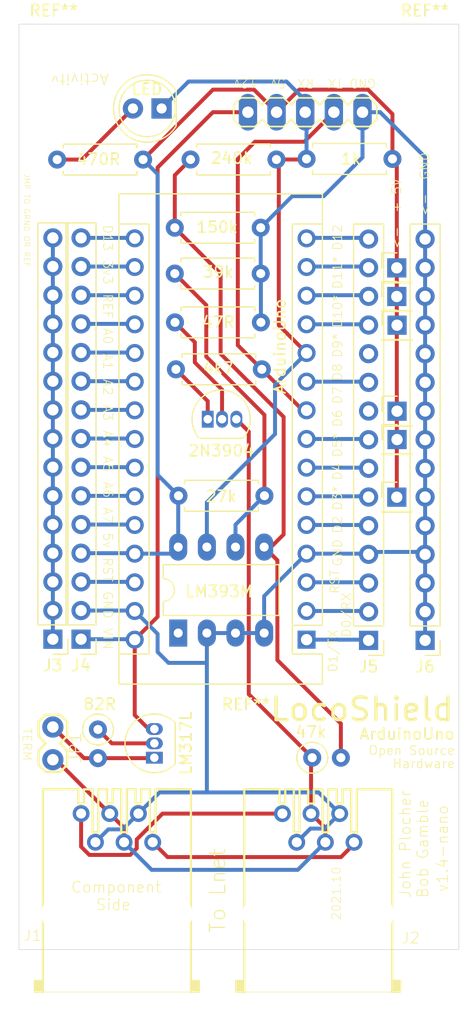
<source format=kicad_pcb>
(kicad_pcb (version 20171130) (host pcbnew "(5.1.10)-1")

  (general
    (thickness 1.6)
    (drawings 52)
    (tracks 194)
    (zones 0)
    (modules 32)
    (nets 44)
  )

  (page A4)
  (layers
    (0 Top signal)
    (31 Bottom signal)
    (32 B.Adhes user)
    (33 F.Adhes user)
    (34 B.Paste user)
    (35 F.Paste user)
    (36 B.SilkS user)
    (37 F.SilkS user)
    (38 B.Mask user)
    (39 F.Mask user)
    (40 Dwgs.User user hide)
    (41 Cmts.User user)
    (42 Eco1.User user)
    (43 Eco2.User user)
    (44 Edge.Cuts user)
    (45 Margin user)
    (46 B.CrtYd user hide)
    (47 F.CrtYd user hide)
    (48 B.Fab user hide)
    (49 F.Fab user hide)
  )

  (setup
    (last_trace_width 0.25)
    (user_trace_width 0.35)
    (user_trace_width 0.5)
    (user_trace_width 0.7)
    (trace_clearance 0.2)
    (zone_clearance 0.508)
    (zone_45_only no)
    (trace_min 0.2)
    (via_size 0.8)
    (via_drill 0.4)
    (via_min_size 0.4)
    (via_min_drill 0.3)
    (uvia_size 0.3)
    (uvia_drill 0.1)
    (uvias_allowed no)
    (uvia_min_size 0.2)
    (uvia_min_drill 0.1)
    (edge_width 0.05)
    (segment_width 0.2)
    (pcb_text_width 0.3)
    (pcb_text_size 1.5 1.5)
    (mod_edge_width 0.12)
    (mod_text_size 1 1)
    (mod_text_width 0.15)
    (pad_size 1.524 1.524)
    (pad_drill 0.762)
    (pad_to_mask_clearance 0)
    (aux_axis_origin 0 0)
    (visible_elements 7FFFFFFF)
    (pcbplotparams
      (layerselection 0x010fc_ffffffff)
      (usegerberextensions true)
      (usegerberattributes true)
      (usegerberadvancedattributes false)
      (creategerberjobfile false)
      (excludeedgelayer true)
      (linewidth 0.100000)
      (plotframeref false)
      (viasonmask false)
      (mode 1)
      (useauxorigin false)
      (hpglpennumber 1)
      (hpglpenspeed 20)
      (hpglpendiameter 15.000000)
      (psnegative false)
      (psa4output false)
      (plotreference true)
      (plotvalue false)
      (plotinvisibletext false)
      (padsonsilk false)
      (subtractmaskfromsilk true)
      (outputformat 1)
      (mirror false)
      (drillshape 0)
      (scaleselection 1)
      (outputdirectory "./gerbers"))
  )

  (net 0 "")
  (net 1 GND)
  (net 2 "Net-(Q1-Pad1)")
  (net 3 "Net-(Q1-Pad2)")
  (net 4 LNRX)
  (net 5 LNTX)
  (net 6 /VCC)
  (net 7 "Net-(ArduinoUno1-Pad1)")
  (net 8 "Net-(ArduinoUno1-Pad17)")
  (net 9 "Net-(ArduinoUno1-Pad2)")
  (net 10 "Net-(ArduinoUno1-Pad18)")
  (net 11 "Net-(ArduinoUno1-Pad3)")
  (net 12 "Net-(ArduinoUno1-Pad19)")
  (net 13 "Net-(ArduinoUno1-Pad20)")
  (net 14 "Net-(ArduinoUno1-Pad5)")
  (net 15 "Net-(ArduinoUno1-Pad21)")
  (net 16 "Net-(ArduinoUno1-Pad6)")
  (net 17 "Net-(ArduinoUno1-Pad22)")
  (net 18 "Net-(ArduinoUno1-Pad7)")
  (net 19 "Net-(ArduinoUno1-Pad23)")
  (net 20 "Net-(ArduinoUno1-Pad8)")
  (net 21 "Net-(ArduinoUno1-Pad24)")
  (net 22 "Net-(ArduinoUno1-Pad25)")
  (net 23 "Net-(ArduinoUno1-Pad10)")
  (net 24 "Net-(ArduinoUno1-Pad26)")
  (net 25 "Net-(ArduinoUno1-Pad12)")
  (net 26 "Net-(ArduinoUno1-Pad28)")
  (net 27 "Net-(ArduinoUno1-Pad13)")
  (net 28 "Net-(ArduinoUno1-Pad14)")
  (net 29 "Net-(ArduinoUno1-Pad15)")
  (net 30 "Net-(ArduinoUno1-Pad16)")
  (net 31 "Net-(J1-Pad3)")
  (net 32 "Net-(J1-Pad1)")
  (net 33 "Net-(J1-Pad6)")
  (net 34 "Net-(JP1-Pad2)")
  (net 35 "Net-(R1-Pad2)")
  (net 36 "Net-(R3-Pad1)")
  (net 37 "Net-(R5-Pad2)")
  (net 38 "Net-(U2-Pad1)")
  (net 39 "Net-(ArduinoUno1-Pad30)")
  (net 40 "Net-(D1-Pad2)")
  (net 41 "Net-(J3-Pad1)")
  (net 42 "Net-(J5-Pad9)")
  (net 43 "Net-(J5-Pad11)")

  (net_class Default "This is the default net class."
    (clearance 0.2)
    (trace_width 0.25)
    (via_dia 0.8)
    (via_drill 0.4)
    (uvia_dia 0.3)
    (uvia_drill 0.1)
    (add_net /VCC)
    (add_net GND)
    (add_net LNRX)
    (add_net LNTX)
    (add_net "Net-(ArduinoUno1-Pad1)")
    (add_net "Net-(ArduinoUno1-Pad10)")
    (add_net "Net-(ArduinoUno1-Pad12)")
    (add_net "Net-(ArduinoUno1-Pad13)")
    (add_net "Net-(ArduinoUno1-Pad14)")
    (add_net "Net-(ArduinoUno1-Pad15)")
    (add_net "Net-(ArduinoUno1-Pad16)")
    (add_net "Net-(ArduinoUno1-Pad17)")
    (add_net "Net-(ArduinoUno1-Pad18)")
    (add_net "Net-(ArduinoUno1-Pad19)")
    (add_net "Net-(ArduinoUno1-Pad2)")
    (add_net "Net-(ArduinoUno1-Pad20)")
    (add_net "Net-(ArduinoUno1-Pad21)")
    (add_net "Net-(ArduinoUno1-Pad22)")
    (add_net "Net-(ArduinoUno1-Pad23)")
    (add_net "Net-(ArduinoUno1-Pad24)")
    (add_net "Net-(ArduinoUno1-Pad25)")
    (add_net "Net-(ArduinoUno1-Pad26)")
    (add_net "Net-(ArduinoUno1-Pad28)")
    (add_net "Net-(ArduinoUno1-Pad3)")
    (add_net "Net-(ArduinoUno1-Pad30)")
    (add_net "Net-(ArduinoUno1-Pad5)")
    (add_net "Net-(ArduinoUno1-Pad6)")
    (add_net "Net-(ArduinoUno1-Pad7)")
    (add_net "Net-(ArduinoUno1-Pad8)")
    (add_net "Net-(D1-Pad2)")
    (add_net "Net-(J1-Pad1)")
    (add_net "Net-(J1-Pad3)")
    (add_net "Net-(J1-Pad6)")
    (add_net "Net-(J3-Pad1)")
    (add_net "Net-(J5-Pad11)")
    (add_net "Net-(J5-Pad9)")
    (add_net "Net-(JP1-Pad2)")
    (add_net "Net-(Q1-Pad1)")
    (add_net "Net-(Q1-Pad2)")
    (add_net "Net-(R1-Pad2)")
    (add_net "Net-(R3-Pad1)")
    (add_net "Net-(R5-Pad2)")
    (add_net "Net-(U2-Pad1)")
  )

  (module MountingHole:MountingHole_3.2mm_M3 (layer Top) (tedit 56D1B4CB) (tstamp 617CAA1A)
    (at 153.13 112.48)
    (descr "Mounting Hole 3.2mm, no annular, M3")
    (tags "mounting hole 3.2mm no annular m3")
    (attr virtual)
    (fp_text reference REF** (at 0 -4.2) (layer F.SilkS)
      (effects (font (size 1 1) (thickness 0.15)))
    )
    (fp_text value MountingHole_3.2mm_M3 (at 0 4.2) (layer F.Fab)
      (effects (font (size 1 1) (thickness 0.15)))
    )
    (fp_circle (center 0 0) (end 3.45 0) (layer F.CrtYd) (width 0.05))
    (fp_circle (center 0 0) (end 3.2 0) (layer Cmts.User) (width 0.15))
    (fp_text user %R (at 0.3 0) (layer F.Fab)
      (effects (font (size 1 1) (thickness 0.15)))
    )
    (pad 1 np_thru_hole circle (at 0 0) (size 3.2 3.2) (drill 3.2) (layers *.Cu *.Mask))
  )

  (module MountingHole:MountingHole_3.2mm_M3 (layer Top) (tedit 56D1B4CB) (tstamp 617CA9F6)
    (at 136.07 51)
    (descr "Mounting Hole 3.2mm, no annular, M3")
    (tags "mounting hole 3.2mm no annular m3")
    (attr virtual)
    (fp_text reference REF** (at 0 -4.2) (layer F.SilkS)
      (effects (font (size 1 1) (thickness 0.15)))
    )
    (fp_text value MountingHole_3.2mm_M3 (at 0 4.2) (layer F.Fab)
      (effects (font (size 1 1) (thickness 0.15)))
    )
    (fp_circle (center 0 0) (end 3.45 0) (layer F.CrtYd) (width 0.05))
    (fp_circle (center 0 0) (end 3.2 0) (layer Cmts.User) (width 0.15))
    (fp_text user %R (at -2.49 -4.29) (layer F.Fab)
      (effects (font (size 1 1) (thickness 0.15)))
    )
    (pad 1 np_thru_hole circle (at 0 0) (size 3.2 3.2) (drill 3.2) (layers *.Cu *.Mask))
  )

  (module MountingHole:MountingHole_3.2mm_M3 (layer Top) (tedit 56D1B4CB) (tstamp 617CA9C9)
    (at 169 51)
    (descr "Mounting Hole 3.2mm, no annular, M3")
    (tags "mounting hole 3.2mm no annular m3")
    (attr virtual)
    (fp_text reference REF** (at 0 -4.2) (layer F.SilkS)
      (effects (font (size 1 1) (thickness 0.15)))
    )
    (fp_text value MountingHole_3.2mm_M3 (at 0 4.2) (layer F.Fab)
      (effects (font (size 1 1) (thickness 0.15)))
    )
    (fp_circle (center 0 0) (end 3.45 0) (layer F.CrtYd) (width 0.05))
    (fp_circle (center 0 0) (end 3.2 0) (layer Cmts.User) (width 0.15))
    (fp_text user %R (at 0.28 -2.27) (layer F.Fab)
      (effects (font (size 1 1) (thickness 0.15)))
    )
    (pad 1 np_thru_hole circle (at 0 0) (size 3.2 3.2) (drill 3.2) (layers *.Cu *.Mask))
  )

  (module Package_TO_SOT_THT:TO-92_Inline (layer Top) (tedit 5A1DD157) (tstamp 617BD208)
    (at 145 113 90)
    (descr "TO-92 leads in-line, narrow, oval pads, drill 0.75mm (see NXP sot054_po.pdf)")
    (tags "to-92 sc-43 sc-43a sot54 PA33 transistor")
    (path /617D74D8)
    (fp_text reference U1 (at 1.27 4.5 90) (layer F.Fab)
      (effects (font (size 1 1) (thickness 0.15)))
    )
    (fp_text value LM317L (at 1.27 2.79 90) (layer F.SilkS)
      (effects (font (size 1 1) (thickness 0.15)))
    )
    (fp_line (start -0.53 1.85) (end 3.07 1.85) (layer F.SilkS) (width 0.12))
    (fp_line (start -0.5 1.75) (end 3 1.75) (layer F.Fab) (width 0.1))
    (fp_line (start -1.46 -2.73) (end 4 -2.73) (layer F.CrtYd) (width 0.05))
    (fp_line (start -1.46 -2.73) (end -1.46 2.01) (layer F.CrtYd) (width 0.05))
    (fp_line (start 4 2.01) (end 4 -2.73) (layer F.CrtYd) (width 0.05))
    (fp_line (start 4 2.01) (end -1.46 2.01) (layer F.CrtYd) (width 0.05))
    (fp_text user %R (at 1.27 0 90) (layer F.Fab)
      (effects (font (size 1 1) (thickness 0.15)))
    )
    (fp_arc (start 1.27 0) (end 1.27 -2.48) (angle 135) (layer F.Fab) (width 0.1))
    (fp_arc (start 1.27 0) (end 1.27 -2.6) (angle -135) (layer F.SilkS) (width 0.12))
    (fp_arc (start 1.27 0) (end 1.27 -2.48) (angle -135) (layer F.Fab) (width 0.1))
    (fp_arc (start 1.27 0) (end 1.27 -2.6) (angle 135) (layer F.SilkS) (width 0.12))
    (pad 2 thru_hole oval (at 1.27 0 90) (size 1.05 1.5) (drill 0.75) (layers *.Cu *.Mask)
      (net 36 "Net-(R3-Pad1)"))
    (pad 3 thru_hole oval (at 2.54 0 90) (size 1.05 1.5) (drill 0.75) (layers *.Cu *.Mask)
      (net 39 "Net-(ArduinoUno1-Pad30)"))
    (pad 1 thru_hole rect (at 0 0 90) (size 1.05 1.5) (drill 0.75) (layers *.Cu *.Mask)
      (net 34 "Net-(JP1-Pad2)"))
    (model ${KISYS3DMOD}/Package_TO_SOT_THT.3dshapes/TO-92_Inline.wrl
      (at (xyz 0 0 0))
      (scale (xyz 1 1 1))
      (rotate (xyz 0 0 0))
    )
  )

  (module LocoShield:RJ25-PANEL (layer Top) (tedit 0) (tstamp 617AFC7D)
    (at 159.531 126.8436)
    (descr "Modular Jackwith Panel Stops")
    (path /D4DF694B)
    (fp_text reference J2 (at 7.319 2.6964) (layer F.SilkS)
      (effects (font (size 0.9652 0.9652) (thickness 0.077216)) (justify left bottom))
    )
    (fp_text value RJ12/6 (at -2.051 6.0564) (layer F.Fab)
      (effects (font (size 0.9652 0.9652) (thickness 0.077216)) (justify left bottom))
    )
    (fp_poly (pts (xy -7.366 6.985) (xy -6.604 6.985) (xy -6.604 5.842) (xy -7.366 5.842)) (layer F.SilkS) (width 0))
    (fp_poly (pts (xy 6.604 6.985) (xy 7.366 6.985) (xy 7.366 5.842) (xy 6.604 5.842)) (layer F.SilkS) (width 0))
    (fp_line (start 3.429 -11.049) (end 3.429 -7.239) (layer F.SilkS) (width 0.2032))
    (fp_line (start 2.921 -11.0491) (end 2.921 -7.239) (layer F.SilkS) (width 0.2032))
    (fp_line (start 2.921 -7.239) (end 3.429 -7.239) (layer F.SilkS) (width 0.2032))
    (fp_line (start -2.921 -11.044) (end -2.921 -9.779) (layer F.SilkS) (width 0.2032))
    (fp_line (start -2.921 -11.049) (end -2.921 -11.044) (layer F.SilkS) (width 0.2032))
    (fp_line (start -3.429 -11.049) (end -3.429 -9.779) (layer F.SilkS) (width 0.2032))
    (fp_line (start -3.429 -9.779) (end -2.921 -9.779) (layer F.SilkS) (width 0.2032))
    (fp_line (start 6.477 9.652) (end -6.477 9.652) (layer F.Fab) (width 0.2032))
    (fp_line (start 2.159 -11.044) (end 2.159 -9.779) (layer F.SilkS) (width 0.2032))
    (fp_line (start 2.159 -11.049) (end 2.159 -11.044) (layer F.SilkS) (width 0.2032))
    (fp_line (start 6.562 6.9215) (end -6.562 6.9215) (layer F.SilkS) (width 0.0508))
    (fp_line (start 1.651 -9.779) (end 2.159 -9.779) (layer F.SilkS) (width 0.2032))
    (fp_line (start 0.889 -11.049) (end 0.889 -7.239) (layer F.SilkS) (width 0.2032))
    (fp_line (start 1.651 -11.049) (end 1.651 -9.779) (layer F.SilkS) (width 0.2032))
    (fp_line (start -0.381 -11.049) (end -0.381 -9.779) (layer F.SilkS) (width 0.2032))
    (fp_line (start 0.381 -11.049) (end 0.381 -7.239) (layer F.SilkS) (width 0.2032))
    (fp_line (start -1.651 -11.049) (end -1.651 -7.239) (layer F.SilkS) (width 0.2032))
    (fp_line (start -0.889 -11.049) (end -0.889 -9.779) (layer F.SilkS) (width 0.2032))
    (fp_line (start -2.159 -11.044) (end -2.159 -7.239) (layer F.SilkS) (width 0.2032))
    (fp_line (start -2.159 -11.049) (end -2.159 -11.044) (layer F.SilkS) (width 0.2032))
    (fp_line (start 0.381 -7.239) (end 0.889 -7.239) (layer F.SilkS) (width 0.2032))
    (fp_line (start -0.889 -9.779) (end -0.381 -9.779) (layer F.SilkS) (width 0.2032))
    (fp_line (start -2.159 -7.239) (end -1.651 -7.239) (layer F.SilkS) (width 0.2032))
    (fp_line (start 3.429 -11.049) (end 6.562 -11.044) (layer F.SilkS) (width 0.2032))
    (fp_line (start 2.159 -11.044) (end 2.921 -11.0439) (layer F.SilkS) (width 0.2032))
    (fp_line (start 0.889 -11.049) (end 1.651 -11.049) (layer F.SilkS) (width 0.2032))
    (fp_line (start -0.381 -11.049) (end 0.381 -11.049) (layer F.SilkS) (width 0.2032))
    (fp_line (start -1.651 -11.049) (end -0.889 -11.049) (layer F.SilkS) (width 0.2032))
    (fp_line (start -2.921 -11.044) (end -2.159 -11.044) (layer F.SilkS) (width 0.2032))
    (fp_line (start -6.562 -11.044) (end -3.429 -11.049) (layer F.SilkS) (width 0.2032))
    (fp_line (start -6.562 6.9215) (end -6.562 -11.044) (layer F.SilkS) (width 0.2032))
    (fp_line (start -6.562 9.538) (end -6.562 6.9215) (layer F.Fab) (width 0.2032))
    (fp_line (start 6.562 6.9215) (end 6.562 9.538) (layer F.Fab) (width 0.2032))
    (fp_line (start 6.562 -11.044) (end 6.562 6.9215) (layer F.SilkS) (width 0.2032))
    (pad "" np_thru_hole circle (at 5.08 0) (size 3.2512 3.2512) (drill 3.2512) (layers *.Cu *.Mask))
    (pad "" np_thru_hole circle (at -5.08 0) (size 3.2512 3.2512) (drill 3.2512) (layers *.Cu *.Mask))
    (pad 6 thru_hole circle (at 3.175 -6.35) (size 1.4986 1.4986) (drill 0.889) (layers *.Cu *.Mask)
      (net 33 "Net-(J1-Pad6)") (solder_mask_margin 0.1016))
    (pad 1 thru_hole circle (at -3.175 -8.89) (size 1.4986 1.4986) (drill 0.889) (layers *.Cu *.Mask)
      (net 32 "Net-(J1-Pad1)") (solder_mask_margin 0.1016))
    (pad 5 thru_hole circle (at 1.905 -8.89) (size 1.4986 1.4986) (drill 0.889) (layers *.Cu *.Mask)
      (net 1 GND) (solder_mask_margin 0.1016))
    (pad 2 thru_hole circle (at -1.905 -6.35) (size 1.4986 1.4986) (drill 0.889) (layers *.Cu *.Mask)
      (net 1 GND) (solder_mask_margin 0.1016))
    (pad 3 thru_hole circle (at -0.635 -8.89) (size 1.4986 1.4986) (drill 0.889) (layers *.Cu *.Mask)
      (net 31 "Net-(J1-Pad3)") (solder_mask_margin 0.1016))
    (pad 4 thru_hole circle (at 0.635 -6.35) (size 1.4986 1.4986) (drill 0.889) (layers *.Cu *.Mask)
      (net 31 "Net-(J1-Pad3)") (solder_mask_margin 0.1016))
  )

  (module LocoShield:MA05-1 (layer Top) (tedit 0) (tstamp 617AFE7D)
    (at 158.3792 55.8044)
    (descr "<b>PIN HEADER</b>")
    (path /A7ABD3B4)
    (fp_text reference SV1 (at -4.1192 -4.0744) (layer F.SilkS) hide
      (effects (font (size 1.2065 1.2065) (thickness 0.127)) (justify left bottom))
    )
    (fp_text value 0.100 (at -0.2992 -4.2544) (layer F.Fab)
      (effects (font (size 1.2065 1.2065) (thickness 0.12065)) (justify left bottom))
    )
    (fp_poly (pts (xy 2.286 0.254) (xy 2.794 0.254) (xy 2.794 -0.254) (xy 2.286 -0.254)) (layer F.Fab) (width 0))
    (fp_poly (pts (xy 4.826 0.254) (xy 5.334 0.254) (xy 5.334 -0.254) (xy 4.826 -0.254)) (layer F.Fab) (width 0))
    (fp_poly (pts (xy -0.254 0.254) (xy 0.254 0.254) (xy 0.254 -0.254) (xy -0.254 -0.254)) (layer F.Fab) (width 0))
    (fp_poly (pts (xy -5.334 0.254) (xy -4.826 0.254) (xy -4.826 -0.254) (xy -5.334 -0.254)) (layer F.Fab) (width 0))
    (fp_poly (pts (xy -2.794 0.254) (xy -2.286 0.254) (xy -2.286 -0.254) (xy -2.794 -0.254)) (layer F.Fab) (width 0))
    (fp_line (start 3.175 1.27) (end 1.905 1.27) (layer F.SilkS) (width 0.1524))
    (fp_line (start 1.27 0.635) (end 1.905 1.27) (layer F.SilkS) (width 0.1524))
    (fp_line (start 1.905 -1.27) (end 1.27 -0.635) (layer F.SilkS) (width 0.1524))
    (fp_line (start 4.445 1.27) (end 3.81 0.635) (layer F.SilkS) (width 0.1524))
    (fp_line (start 5.715 1.27) (end 4.445 1.27) (layer F.SilkS) (width 0.1524))
    (fp_line (start 6.35 0.635) (end 5.715 1.27) (layer F.SilkS) (width 0.1524))
    (fp_line (start 6.35 -0.635) (end 6.35 0.635) (layer F.SilkS) (width 0.1524))
    (fp_line (start 5.715 -1.27) (end 6.35 -0.635) (layer F.SilkS) (width 0.1524))
    (fp_line (start 4.445 -1.27) (end 5.715 -1.27) (layer F.SilkS) (width 0.1524))
    (fp_line (start 3.81 -0.635) (end 4.445 -1.27) (layer F.SilkS) (width 0.1524))
    (fp_line (start 3.81 0.635) (end 3.175 1.27) (layer F.SilkS) (width 0.1524))
    (fp_line (start 3.175 -1.27) (end 3.81 -0.635) (layer F.SilkS) (width 0.1524))
    (fp_line (start 1.905 -1.27) (end 3.175 -1.27) (layer F.SilkS) (width 0.1524))
    (fp_line (start -0.635 1.27) (end -1.27 0.635) (layer F.SilkS) (width 0.1524))
    (fp_line (start 0.635 1.27) (end -0.635 1.27) (layer F.SilkS) (width 0.1524))
    (fp_line (start 1.27 0.635) (end 0.635 1.27) (layer F.SilkS) (width 0.1524))
    (fp_line (start 0.635 -1.27) (end 1.27 -0.635) (layer F.SilkS) (width 0.1524))
    (fp_line (start -0.635 -1.27) (end 0.635 -1.27) (layer F.SilkS) (width 0.1524))
    (fp_line (start -1.27 -0.635) (end -0.635 -1.27) (layer F.SilkS) (width 0.1524))
    (fp_line (start -4.445 1.27) (end -5.715 1.27) (layer F.SilkS) (width 0.1524))
    (fp_line (start -6.35 0.635) (end -5.715 1.27) (layer F.SilkS) (width 0.1524))
    (fp_line (start -5.715 -1.27) (end -6.35 -0.635) (layer F.SilkS) (width 0.1524))
    (fp_line (start -6.35 -0.635) (end -6.35 0.635) (layer F.SilkS) (width 0.1524))
    (fp_line (start -3.175 1.27) (end -3.81 0.635) (layer F.SilkS) (width 0.1524))
    (fp_line (start -1.905 1.27) (end -3.175 1.27) (layer F.SilkS) (width 0.1524))
    (fp_line (start -1.27 0.635) (end -1.905 1.27) (layer F.SilkS) (width 0.1524))
    (fp_line (start -1.905 -1.27) (end -1.27 -0.635) (layer F.SilkS) (width 0.1524))
    (fp_line (start -3.175 -1.27) (end -1.905 -1.27) (layer F.SilkS) (width 0.1524))
    (fp_line (start -3.81 -0.635) (end -3.175 -1.27) (layer F.SilkS) (width 0.1524))
    (fp_line (start -3.81 0.635) (end -4.445 1.27) (layer F.SilkS) (width 0.1524))
    (fp_line (start -4.445 -1.27) (end -3.81 -0.635) (layer F.SilkS) (width 0.1524))
    (fp_line (start -5.715 -1.27) (end -4.445 -1.27) (layer F.SilkS) (width 0.1524))
    (fp_text user 5 (at 6.2636 2.2854) (layer F.Fab)
      (effects (font (size 1.2065 1.2065) (thickness 0.127)) (justify left bottom))
    )
    (fp_text user 1 (at -7.4016 2.3108) (layer F.Fab)
      (effects (font (size 1.2065 1.2065) (thickness 0.127)) (justify left bottom))
    )
    (pad 5 thru_hole oval (at 5.08 0 90) (size 3.2512 1.6256) (drill 1.016) (layers *.Cu *.Mask)
      (net 1 GND) (solder_mask_margin 0.1016))
    (pad 4 thru_hole oval (at 2.54 0 90) (size 3.2512 1.6256) (drill 1.016) (layers *.Cu *.Mask)
      (net 5 LNTX) (solder_mask_margin 0.1016))
    (pad 3 thru_hole oval (at 0 0 90) (size 3.2512 1.6256) (drill 1.016) (layers *.Cu *.Mask)
      (net 4 LNRX) (solder_mask_margin 0.1016))
    (pad 2 thru_hole oval (at -2.54 0 90) (size 3.2512 1.6256) (drill 1.016) (layers *.Cu *.Mask)
      (net 6 /VCC) (solder_mask_margin 0.1016))
    (pad 1 thru_hole oval (at -5.08 0 90) (size 3.2512 1.6256) (drill 1.016) (layers *.Cu *.Mask)
      (net 39 "Net-(ArduinoUno1-Pad30)") (solder_mask_margin 0.1016))
  )

  (module Package_TO_SOT_THT:TO-92L_Inline (layer Top) (tedit 5A279A44) (tstamp 617B6F35)
    (at 149.733 83.0072)
    (descr "TO-92L leads in-line (large body variant of TO-92), also known as TO-226, wide, drill 0.75mm (see https://www.diodes.com/assets/Package-Files/TO92L.pdf and http://www.ti.com/lit/an/snoa059/snoa059.pdf)")
    (tags "TO-92L Inline Wide transistor")
    (path /6F4A0AEF)
    (fp_text reference Q1 (at -2.1844 -1.397) (layer F.Fab)
      (effects (font (size 1 1) (thickness 0.15)))
    )
    (fp_text value 2N3904 (at 1.19 2.79) (layer F.SilkS)
      (effects (font (size 1 1) (thickness 0.15)))
    )
    (fp_line (start -0.75 1.7) (end 3.1 1.7) (layer F.SilkS) (width 0.12))
    (fp_line (start -0.7 1.6) (end 3.05 1.6) (layer F.Fab) (width 0.1))
    (fp_line (start -1.55 -2.75) (end 3.95 -2.75) (layer F.CrtYd) (width 0.05))
    (fp_line (start -1.55 -2.75) (end -1.55 1.85) (layer F.CrtYd) (width 0.05))
    (fp_line (start 3.95 1.85) (end 3.95 -2.75) (layer F.CrtYd) (width 0.05))
    (fp_line (start 3.95 1.85) (end -1.55 1.85) (layer F.CrtYd) (width 0.05))
    (fp_text user %R (at 1.19 0) (layer F.Fab)
      (effects (font (size 1 1) (thickness 0.15)))
    )
    (fp_arc (start 1.19 0) (end -0.75 1.7) (angle 262.164354) (layer F.SilkS) (width 0.12))
    (fp_arc (start 1.19 0) (end 1.19 -2.48) (angle 129.9527847) (layer F.Fab) (width 0.1))
    (fp_arc (start 1.19 0) (end 1.19 -2.48) (angle -130.2499344) (layer F.Fab) (width 0.1))
    (pad 2 thru_hole oval (at 1.27 0) (size 1.05 1.5) (drill 0.75) (layers *.Cu *.Mask)
      (net 3 "Net-(Q1-Pad2)"))
    (pad 3 thru_hole oval (at 2.54 0) (size 1.05 1.5) (drill 0.75) (layers *.Cu *.Mask)
      (net 31 "Net-(J1-Pad3)"))
    (pad 1 thru_hole rect (at 0 0) (size 1.05 1.5) (drill 0.75) (layers *.Cu *.Mask)
      (net 2 "Net-(Q1-Pad1)"))
    (model ${KISYS3DMOD}/Package_TO_SOT_THT.3dshapes/TO-92L_Inline.wrl
      (at (xyz 0 0 0))
      (scale (xyz 1 1 1))
      (rotate (xyz 0 0 0))
    )
  )

  (module Resistor_THT:R_Axial_DIN0207_L6.3mm_D2.5mm_P2.54mm_Vertical (layer Top) (tedit 5AE5139B) (tstamp 617B6F45)
    (at 159 113)
    (descr "Resistor, Axial_DIN0207 series, Axial, Vertical, pin pitch=2.54mm, 0.25W = 1/4W, length*diameter=6.3*2.5mm^2, http://cdn-reichelt.de/documents/datenblatt/B400/1_4W%23YAG.pdf")
    (tags "Resistor Axial_DIN0207 series Axial Vertical pin pitch 2.54mm 0.25W = 1/4W length 6.3mm diameter 2.5mm")
    (path /39A5056F)
    (fp_text reference R1 (at 1.9852 1.7318) (layer F.Fab)
      (effects (font (size 1 1) (thickness 0.15)))
    )
    (fp_text value 47k (at -0.123 -2.2814) (layer F.SilkS)
      (effects (font (size 1 1) (thickness 0.15)))
    )
    (fp_line (start 3.59 -1.5) (end -1.5 -1.5) (layer F.CrtYd) (width 0.05))
    (fp_line (start 3.59 1.5) (end 3.59 -1.5) (layer F.CrtYd) (width 0.05))
    (fp_line (start -1.5 1.5) (end 3.59 1.5) (layer F.CrtYd) (width 0.05))
    (fp_line (start -1.5 -1.5) (end -1.5 1.5) (layer F.CrtYd) (width 0.05))
    (fp_line (start 1.37 0) (end 1.44 0) (layer F.SilkS) (width 0.12))
    (fp_line (start 0 0) (end 2.54 0) (layer F.Fab) (width 0.1))
    (fp_circle (center 0 0) (end 1.37 0) (layer F.SilkS) (width 0.12))
    (fp_circle (center 0 0) (end 1.25 0) (layer F.Fab) (width 0.1))
    (fp_text user %R (at 1.9852 1.7318) (layer F.Fab)
      (effects (font (size 1 1) (thickness 0.15)))
    )
    (pad 2 thru_hole oval (at 2.54 0) (size 1.6 1.6) (drill 0.8) (layers *.Cu *.Mask)
      (net 35 "Net-(R1-Pad2)"))
    (pad 1 thru_hole circle (at 0 0) (size 1.6 1.6) (drill 0.8) (layers *.Cu *.Mask)
      (net 31 "Net-(J1-Pad3)"))
    (model ${KISYS3DMOD}/Resistor_THT.3dshapes/R_Axial_DIN0207_L6.3mm_D2.5mm_P2.54mm_Vertical.wrl
      (at (xyz 0 0 0))
      (scale (xyz 1 1 1))
      (rotate (xyz 0 0 0))
    )
  )

  (module Resistor_THT:R_Axial_DIN0207_L6.3mm_D2.5mm_P2.54mm_Vertical (layer Top) (tedit 5AE5139B) (tstamp 617B6F61)
    (at 140 110.5 270)
    (descr "Resistor, Axial_DIN0207 series, Axial, Vertical, pin pitch=2.54mm, 0.25W = 1/4W, length*diameter=6.3*2.5mm^2, http://cdn-reichelt.de/documents/datenblatt/B400/1_4W%23YAG.pdf")
    (tags "Resistor Axial_DIN0207 series Axial Vertical pin pitch 2.54mm 0.25W = 1/4W length 6.3mm diameter 2.5mm")
    (path /46D54860)
    (fp_text reference R3 (at 4.308 -0.1318 180) (layer F.Fab)
      (effects (font (size 1 1) (thickness 0.15)))
    )
    (fp_text value 82R (at -2.2452 -0.1572 180) (layer F.SilkS)
      (effects (font (size 1 1) (thickness 0.15)))
    )
    (fp_line (start 3.59 -1.5) (end -1.5 -1.5) (layer F.CrtYd) (width 0.05))
    (fp_line (start 3.59 1.5) (end 3.59 -1.5) (layer F.CrtYd) (width 0.05))
    (fp_line (start -1.5 1.5) (end 3.59 1.5) (layer F.CrtYd) (width 0.05))
    (fp_line (start -1.5 -1.5) (end -1.5 1.5) (layer F.CrtYd) (width 0.05))
    (fp_line (start 1.37 0) (end 1.44 0) (layer F.SilkS) (width 0.12))
    (fp_line (start 0 0) (end 2.54 0) (layer F.Fab) (width 0.1))
    (fp_circle (center 0 0) (end 1.37 0) (layer F.SilkS) (width 0.12))
    (fp_circle (center 0 0) (end 1.25 0) (layer F.Fab) (width 0.1))
    (pad 2 thru_hole oval (at 2.54 0 270) (size 1.6 1.6) (drill 0.8) (layers *.Cu *.Mask)
      (net 34 "Net-(JP1-Pad2)"))
    (pad 1 thru_hole circle (at 0 0 270) (size 1.6 1.6) (drill 0.8) (layers *.Cu *.Mask)
      (net 36 "Net-(R3-Pad1)"))
    (model ${KISYS3DMOD}/Resistor_THT.3dshapes/R_Axial_DIN0207_L6.3mm_D2.5mm_P2.54mm_Vertical.wrl
      (at (xyz 0 0 0))
      (scale (xyz 1 1 1))
      (rotate (xyz 0 0 0))
    )
  )

  (module Module:Arduino_Nano (layer Top) (tedit 58ACAF70) (tstamp 617BD1C1)
    (at 158.5 102.54 180)
    (descr "Arduino Nano, http://www.mouser.com/pdfdocs/Gravitech_Arduino_Nano3_0.pdf")
    (tags "Arduino Nano")
    (path /776B73EA)
    (fp_text reference ArduinoUno (at -8.914714 -8.3564 unlocked) (layer F.SilkS)
      (effects (font (size 1 1) (thickness 0.15)))
    )
    (fp_text value ARDUINO_SHIELD (at 13.085 20.0408 90) (layer F.Fab)
      (effects (font (size 1 1) (thickness 0.15)))
    )
    (fp_line (start 16.75 42.16) (end -1.53 42.16) (layer F.CrtYd) (width 0.05))
    (fp_line (start 16.75 42.16) (end 16.75 -4.06) (layer F.CrtYd) (width 0.05))
    (fp_line (start -1.53 -4.06) (end -1.53 42.16) (layer F.CrtYd) (width 0.05))
    (fp_line (start -1.53 -4.06) (end 16.75 -4.06) (layer F.CrtYd) (width 0.05))
    (fp_line (start 16.51 -3.81) (end 16.51 39.37) (layer F.Fab) (width 0.1))
    (fp_line (start 0 -3.81) (end 16.51 -3.81) (layer F.Fab) (width 0.1))
    (fp_line (start -1.27 -2.54) (end 0 -3.81) (layer F.Fab) (width 0.1))
    (fp_line (start -1.27 39.37) (end -1.27 -2.54) (layer F.Fab) (width 0.1))
    (fp_line (start 16.51 39.37) (end -1.27 39.37) (layer F.Fab) (width 0.1))
    (fp_line (start 16.64 -3.94) (end -1.4 -3.94) (layer F.SilkS) (width 0.12))
    (fp_line (start 16.64 39.5) (end 16.64 -3.94) (layer F.SilkS) (width 0.12))
    (fp_line (start -1.4 39.5) (end 16.64 39.5) (layer F.SilkS) (width 0.12))
    (fp_line (start 3.81 41.91) (end 3.81 31.75) (layer F.Fab) (width 0.1))
    (fp_line (start 11.43 41.91) (end 3.81 41.91) (layer F.Fab) (width 0.1))
    (fp_line (start 11.43 31.75) (end 11.43 41.91) (layer F.Fab) (width 0.1))
    (fp_line (start 3.81 31.75) (end 11.43 31.75) (layer F.Fab) (width 0.1))
    (fp_line (start 1.27 36.83) (end -1.4 36.83) (layer F.SilkS) (width 0.12))
    (fp_line (start 1.27 1.27) (end 1.27 36.83) (layer F.SilkS) (width 0.12))
    (fp_line (start 1.27 1.27) (end -1.4 1.27) (layer F.SilkS) (width 0.12))
    (fp_line (start 13.97 36.83) (end 16.64 36.83) (layer F.SilkS) (width 0.12))
    (fp_line (start 13.97 -1.27) (end 13.97 36.83) (layer F.SilkS) (width 0.12))
    (fp_line (start 13.97 -1.27) (end 16.64 -1.27) (layer F.SilkS) (width 0.12))
    (fp_line (start -1.4 -3.94) (end -1.4 -1.27) (layer F.SilkS) (width 0.12))
    (fp_line (start -1.4 1.27) (end -1.4 39.5) (layer F.SilkS) (width 0.12))
    (fp_line (start 1.27 -1.27) (end -1.4 -1.27) (layer F.SilkS) (width 0.12))
    (fp_line (start 1.27 1.27) (end 1.27 -1.27) (layer F.SilkS) (width 0.12))
    (fp_text user %R (at 2.3662 25.9844 90) (layer F.SilkS)
      (effects (font (size 1 1) (thickness 0.15)))
    )
    (pad 16 thru_hole oval (at 15.24 35.56 180) (size 1.6 1.6) (drill 1) (layers *.Cu *.Mask)
      (net 30 "Net-(ArduinoUno1-Pad16)"))
    (pad 15 thru_hole oval (at 0 35.56 180) (size 1.6 1.6) (drill 1) (layers *.Cu *.Mask)
      (net 29 "Net-(ArduinoUno1-Pad15)"))
    (pad 30 thru_hole oval (at 15.24 0 180) (size 1.6 1.6) (drill 1) (layers *.Cu *.Mask)
      (net 39 "Net-(ArduinoUno1-Pad30)"))
    (pad 14 thru_hole oval (at 0 33.02 180) (size 1.6 1.6) (drill 1) (layers *.Cu *.Mask)
      (net 28 "Net-(ArduinoUno1-Pad14)"))
    (pad 29 thru_hole oval (at 15.24 2.54 180) (size 1.6 1.6) (drill 1) (layers *.Cu *.Mask)
      (net 1 GND))
    (pad 13 thru_hole oval (at 0 30.48 180) (size 1.6 1.6) (drill 1) (layers *.Cu *.Mask)
      (net 27 "Net-(ArduinoUno1-Pad13)"))
    (pad 28 thru_hole oval (at 15.24 5.08 180) (size 1.6 1.6) (drill 1) (layers *.Cu *.Mask)
      (net 26 "Net-(ArduinoUno1-Pad28)"))
    (pad 12 thru_hole oval (at 0 27.94 180) (size 1.6 1.6) (drill 1) (layers *.Cu *.Mask)
      (net 25 "Net-(ArduinoUno1-Pad12)"))
    (pad 27 thru_hole oval (at 15.24 7.62 180) (size 1.6 1.6) (drill 1) (layers *.Cu *.Mask)
      (net 6 /VCC))
    (pad 11 thru_hole oval (at 0 25.4 180) (size 1.6 1.6) (drill 1) (layers *.Cu *.Mask)
      (net 4 LNRX))
    (pad 26 thru_hole oval (at 15.24 10.16 180) (size 1.6 1.6) (drill 1) (layers *.Cu *.Mask)
      (net 24 "Net-(ArduinoUno1-Pad26)"))
    (pad 10 thru_hole oval (at 0 22.86 180) (size 1.6 1.6) (drill 1) (layers *.Cu *.Mask)
      (net 23 "Net-(ArduinoUno1-Pad10)"))
    (pad 25 thru_hole oval (at 15.24 12.7 180) (size 1.6 1.6) (drill 1) (layers *.Cu *.Mask)
      (net 22 "Net-(ArduinoUno1-Pad25)"))
    (pad 9 thru_hole oval (at 0 20.32 180) (size 1.6 1.6) (drill 1) (layers *.Cu *.Mask)
      (net 5 LNTX))
    (pad 24 thru_hole oval (at 15.24 15.24 180) (size 1.6 1.6) (drill 1) (layers *.Cu *.Mask)
      (net 21 "Net-(ArduinoUno1-Pad24)"))
    (pad 8 thru_hole oval (at 0 17.78 180) (size 1.6 1.6) (drill 1) (layers *.Cu *.Mask)
      (net 20 "Net-(ArduinoUno1-Pad8)"))
    (pad 23 thru_hole oval (at 15.24 17.78 180) (size 1.6 1.6) (drill 1) (layers *.Cu *.Mask)
      (net 19 "Net-(ArduinoUno1-Pad23)"))
    (pad 7 thru_hole oval (at 0 15.24 180) (size 1.6 1.6) (drill 1) (layers *.Cu *.Mask)
      (net 18 "Net-(ArduinoUno1-Pad7)"))
    (pad 22 thru_hole oval (at 15.24 20.32 180) (size 1.6 1.6) (drill 1) (layers *.Cu *.Mask)
      (net 17 "Net-(ArduinoUno1-Pad22)"))
    (pad 6 thru_hole oval (at 0 12.7 180) (size 1.6 1.6) (drill 1) (layers *.Cu *.Mask)
      (net 16 "Net-(ArduinoUno1-Pad6)"))
    (pad 21 thru_hole oval (at 15.24 22.86 180) (size 1.6 1.6) (drill 1) (layers *.Cu *.Mask)
      (net 15 "Net-(ArduinoUno1-Pad21)"))
    (pad 5 thru_hole oval (at 0 10.16 180) (size 1.6 1.6) (drill 1) (layers *.Cu *.Mask)
      (net 14 "Net-(ArduinoUno1-Pad5)"))
    (pad 20 thru_hole oval (at 15.24 25.4 180) (size 1.6 1.6) (drill 1) (layers *.Cu *.Mask)
      (net 13 "Net-(ArduinoUno1-Pad20)"))
    (pad 4 thru_hole oval (at 0 7.62 180) (size 1.6 1.6) (drill 1) (layers *.Cu *.Mask)
      (net 1 GND))
    (pad 19 thru_hole oval (at 15.24 27.94 180) (size 1.6 1.6) (drill 1) (layers *.Cu *.Mask)
      (net 12 "Net-(ArduinoUno1-Pad19)"))
    (pad 3 thru_hole oval (at 0 5.08 180) (size 1.6 1.6) (drill 1) (layers *.Cu *.Mask)
      (net 11 "Net-(ArduinoUno1-Pad3)"))
    (pad 18 thru_hole oval (at 15.24 30.48 180) (size 1.6 1.6) (drill 1) (layers *.Cu *.Mask)
      (net 10 "Net-(ArduinoUno1-Pad18)"))
    (pad 2 thru_hole oval (at 0 2.54 180) (size 1.6 1.6) (drill 1) (layers *.Cu *.Mask)
      (net 9 "Net-(ArduinoUno1-Pad2)"))
    (pad 17 thru_hole oval (at 15.24 33.02 180) (size 1.6 1.6) (drill 1) (layers *.Cu *.Mask)
      (net 8 "Net-(ArduinoUno1-Pad17)"))
    (pad 1 thru_hole rect (at 0 0 180) (size 1.6 1.6) (drill 1) (layers *.Cu *.Mask)
      (net 7 "Net-(ArduinoUno1-Pad1)"))
    (model ${KISYS3DMOD}/Module.3dshapes/Arduino_Nano_WithMountingHoles.wrl
      (at (xyz 0 0 0))
      (scale (xyz 1 1 1))
      (rotate (xyz 0 0 0))
    )
  )

  (module LocoShield:RJ25-PANEL (layer Top) (tedit 0) (tstamp 617BD1F1)
    (at 141.68 126.84)
    (descr "Modular Jackwith Panel Stops")
    (path /A15DF7D4)
    (fp_text reference J1 (at -8.3554 2.4714) (layer F.SilkS)
      (effects (font (size 0.9652 0.9652) (thickness 0.077216)) (justify left bottom))
    )
    (fp_text value RJ12/6 (at -2.2086 5.8242) (layer F.Fab)
      (effects (font (size 0.9652 0.9652) (thickness 0.077216)) (justify left bottom))
    )
    (fp_poly (pts (xy -7.366 6.985) (xy -6.604 6.985) (xy -6.604 5.842) (xy -7.366 5.842)) (layer F.SilkS) (width 0))
    (fp_poly (pts (xy 6.604 6.985) (xy 7.366 6.985) (xy 7.366 5.842) (xy 6.604 5.842)) (layer F.SilkS) (width 0))
    (fp_line (start 3.429 -11.049) (end 3.429 -7.239) (layer F.SilkS) (width 0.2032))
    (fp_line (start 2.921 -11.0491) (end 2.921 -7.239) (layer F.SilkS) (width 0.2032))
    (fp_line (start 2.921 -7.239) (end 3.429 -7.239) (layer F.SilkS) (width 0.2032))
    (fp_line (start -2.921 -11.044) (end -2.921 -9.779) (layer F.SilkS) (width 0.2032))
    (fp_line (start -2.921 -11.049) (end -2.921 -11.044) (layer F.SilkS) (width 0.2032))
    (fp_line (start -3.429 -11.049) (end -3.429 -9.779) (layer F.SilkS) (width 0.2032))
    (fp_line (start -3.429 -9.779) (end -2.921 -9.779) (layer F.SilkS) (width 0.2032))
    (fp_line (start 6.477 9.652) (end -6.477 9.652) (layer F.Fab) (width 0.2032))
    (fp_line (start 2.159 -11.044) (end 2.159 -9.779) (layer F.SilkS) (width 0.2032))
    (fp_line (start 2.159 -11.049) (end 2.159 -11.044) (layer F.SilkS) (width 0.2032))
    (fp_line (start 6.562 6.9215) (end -6.562 6.9215) (layer F.SilkS) (width 0.0508))
    (fp_line (start 1.651 -9.779) (end 2.159 -9.779) (layer F.SilkS) (width 0.2032))
    (fp_line (start 0.889 -11.049) (end 0.889 -7.239) (layer F.SilkS) (width 0.2032))
    (fp_line (start 1.651 -11.049) (end 1.651 -9.779) (layer F.SilkS) (width 0.2032))
    (fp_line (start -0.381 -11.049) (end -0.381 -9.779) (layer F.SilkS) (width 0.2032))
    (fp_line (start 0.381 -11.049) (end 0.381 -7.239) (layer F.SilkS) (width 0.2032))
    (fp_line (start -1.651 -11.049) (end -1.651 -7.239) (layer F.SilkS) (width 0.2032))
    (fp_line (start -0.889 -11.049) (end -0.889 -9.779) (layer F.SilkS) (width 0.2032))
    (fp_line (start -2.159 -11.044) (end -2.159 -7.239) (layer F.SilkS) (width 0.2032))
    (fp_line (start -2.159 -11.049) (end -2.159 -11.044) (layer F.SilkS) (width 0.2032))
    (fp_line (start 0.381 -7.239) (end 0.889 -7.239) (layer F.SilkS) (width 0.2032))
    (fp_line (start -0.889 -9.779) (end -0.381 -9.779) (layer F.SilkS) (width 0.2032))
    (fp_line (start -2.159 -7.239) (end -1.651 -7.239) (layer F.SilkS) (width 0.2032))
    (fp_line (start 3.429 -11.049) (end 6.562 -11.044) (layer F.SilkS) (width 0.2032))
    (fp_line (start 2.159 -11.044) (end 2.921 -11.0439) (layer F.SilkS) (width 0.2032))
    (fp_line (start 0.889 -11.049) (end 1.651 -11.049) (layer F.SilkS) (width 0.2032))
    (fp_line (start -0.381 -11.049) (end 0.381 -11.049) (layer F.SilkS) (width 0.2032))
    (fp_line (start -1.651 -11.049) (end -0.889 -11.049) (layer F.SilkS) (width 0.2032))
    (fp_line (start -2.921 -11.044) (end -2.159 -11.044) (layer F.SilkS) (width 0.2032))
    (fp_line (start -6.562 -11.044) (end -3.429 -11.049) (layer F.SilkS) (width 0.2032))
    (fp_line (start -6.562 6.9215) (end -6.562 -11.044) (layer F.SilkS) (width 0.2032))
    (fp_line (start -6.562 9.538) (end -6.562 6.9215) (layer F.Fab) (width 0.2032))
    (fp_line (start 6.562 6.9215) (end 6.562 9.538) (layer F.Fab) (width 0.2032))
    (fp_line (start 6.562 -11.044) (end 6.562 6.9215) (layer F.SilkS) (width 0.2032))
    (pad "" np_thru_hole circle (at 5.08 0) (size 3.2512 3.2512) (drill 3.2512) (layers *.Cu *.Mask))
    (pad "" np_thru_hole circle (at -5.08 0) (size 3.2512 3.2512) (drill 3.2512) (layers *.Cu *.Mask))
    (pad 6 thru_hole circle (at 3.175 -6.35) (size 1.4986 1.4986) (drill 0.889) (layers *.Cu *.Mask)
      (net 33 "Net-(J1-Pad6)") (solder_mask_margin 0.1016))
    (pad 1 thru_hole circle (at -3.175 -8.89) (size 1.4986 1.4986) (drill 0.889) (layers *.Cu *.Mask)
      (net 32 "Net-(J1-Pad1)") (solder_mask_margin 0.1016))
    (pad 5 thru_hole circle (at 1.905 -8.89) (size 1.4986 1.4986) (drill 0.889) (layers *.Cu *.Mask)
      (net 1 GND) (solder_mask_margin 0.1016))
    (pad 2 thru_hole circle (at -1.905 -6.35) (size 1.4986 1.4986) (drill 0.889) (layers *.Cu *.Mask)
      (net 1 GND) (solder_mask_margin 0.1016))
    (pad 3 thru_hole circle (at -0.635 -8.89) (size 1.4986 1.4986) (drill 0.889) (layers *.Cu *.Mask)
      (net 31 "Net-(J1-Pad3)") (solder_mask_margin 0.1016))
    (pad 4 thru_hole circle (at 0.635 -6.35) (size 1.4986 1.4986) (drill 0.889) (layers *.Cu *.Mask)
      (net 31 "Net-(J1-Pad3)") (solder_mask_margin 0.1016))
  )

  (module LocoShield:1X02_LOCK (layer Top) (tedit 0) (tstamp 617BD207)
    (at 136 113 90)
    (path /39E275F6)
    (fp_text reference JP1 (at -0.538 2.6078 270) (layer F.SilkS)
      (effects (font (size 1 1) (thickness 0.1)) (justify left bottom))
    )
    (fp_text value 0.100 (at -2.4176 -1.7356 180) (layer F.Fab)
      (effects (font (size 0.77216 0.77216) (thickness 0.061772)) (justify left bottom))
    )
    (fp_line (start -0.635 -1.27) (end 0.635 -1.27) (layer F.SilkS) (width 0.2032))
    (fp_line (start 0.635 -1.27) (end 1.27 -0.635) (layer F.SilkS) (width 0.2032))
    (fp_line (start 1.27 0.635) (end 0.635 1.27) (layer F.SilkS) (width 0.2032))
    (fp_line (start 1.27 -0.635) (end 1.905 -1.27) (layer F.SilkS) (width 0.2032))
    (fp_line (start 1.905 -1.27) (end 3.175 -1.27) (layer F.SilkS) (width 0.2032))
    (fp_line (start 3.175 -1.27) (end 3.81 -0.635) (layer F.SilkS) (width 0.2032))
    (fp_line (start 3.81 0.635) (end 3.175 1.27) (layer F.SilkS) (width 0.2032))
    (fp_line (start 3.175 1.27) (end 1.905 1.27) (layer F.SilkS) (width 0.2032))
    (fp_line (start 1.905 1.27) (end 1.27 0.635) (layer F.SilkS) (width 0.2032))
    (fp_line (start -1.27 -0.635) (end -1.27 0.635) (layer F.SilkS) (width 0.2032))
    (fp_line (start -0.635 -1.27) (end -1.27 -0.635) (layer F.SilkS) (width 0.2032))
    (fp_line (start -1.27 0.635) (end -0.635 1.27) (layer F.SilkS) (width 0.2032))
    (fp_line (start 0.635 1.27) (end -0.635 1.27) (layer F.SilkS) (width 0.2032))
    (fp_line (start 3.81 -0.635) (end 3.81 0.635) (layer F.SilkS) (width 0.2032))
    (fp_poly (pts (xy -0.2921 0.2921) (xy 0.2921 0.2921) (xy 0.2921 -0.2921) (xy -0.2921 -0.2921)) (layer F.Fab) (width 0))
    (fp_poly (pts (xy 2.2479 0.2921) (xy 2.8321 0.2921) (xy 2.8321 -0.2921) (xy 2.2479 -0.2921)) (layer F.Fab) (width 0))
    (pad 1 thru_hole circle (at -0.1778 0 180) (size 1.8796 1.8796) (drill 1.016) (layers *.Cu *.Mask)
      (net 31 "Net-(J1-Pad3)") (solder_mask_margin 0.1016))
    (pad 2 thru_hole circle (at 2.7178 0 180) (size 1.8796 1.8796) (drill 1.016) (layers *.Cu *.Mask)
      (net 34 "Net-(JP1-Pad2)") (solder_mask_margin 0.1016))
  )

  (module Package_DIP:DIP-8_W7.62mm_LongPads (layer Top) (tedit 5A02E8C5) (tstamp 617BD219)
    (at 147.1168 101.9556 90)
    (descr "8-lead though-hole mounted DIP package, row spacing 7.62 mm (300 mils), LongPads")
    (tags "THT DIP DIL PDIP 2.54mm 7.62mm 300mil LongPads")
    (path /94FABF2C)
    (fp_text reference U2 (at 5.1308 3.5814 180) (layer F.Fab)
      (effects (font (size 1 1) (thickness 0.15)))
    )
    (fp_text value LM393M (at 3.683 3.6322 180) (layer F.SilkS)
      (effects (font (size 1 1) (thickness 0.15)))
    )
    (fp_line (start 1.635 -1.27) (end 6.985 -1.27) (layer F.Fab) (width 0.1))
    (fp_line (start 6.985 -1.27) (end 6.985 8.89) (layer F.Fab) (width 0.1))
    (fp_line (start 6.985 8.89) (end 0.635 8.89) (layer F.Fab) (width 0.1))
    (fp_line (start 0.635 8.89) (end 0.635 -0.27) (layer F.Fab) (width 0.1))
    (fp_line (start 0.635 -0.27) (end 1.635 -1.27) (layer F.Fab) (width 0.1))
    (fp_line (start 2.81 -1.33) (end 1.56 -1.33) (layer F.SilkS) (width 0.12))
    (fp_line (start 1.56 -1.33) (end 1.56 8.95) (layer F.SilkS) (width 0.12))
    (fp_line (start 1.56 8.95) (end 6.06 8.95) (layer F.SilkS) (width 0.12))
    (fp_line (start 6.06 8.95) (end 6.06 -1.33) (layer F.SilkS) (width 0.12))
    (fp_line (start 6.06 -1.33) (end 4.81 -1.33) (layer F.SilkS) (width 0.12))
    (fp_line (start -1.45 -1.55) (end -1.45 9.15) (layer F.CrtYd) (width 0.05))
    (fp_line (start -1.45 9.15) (end 9.1 9.15) (layer F.CrtYd) (width 0.05))
    (fp_line (start 9.1 9.15) (end 9.1 -1.55) (layer F.CrtYd) (width 0.05))
    (fp_line (start 9.1 -1.55) (end -1.45 -1.55) (layer F.CrtYd) (width 0.05))
    (fp_arc (start 3.81 -1.33) (end 2.81 -1.33) (angle -180) (layer F.SilkS) (width 0.12))
    (pad 1 thru_hole rect (at 0 0 90) (size 2.4 1.6) (drill 0.8) (layers *.Cu *.Mask)
      (net 38 "Net-(U2-Pad1)"))
    (pad 5 thru_hole oval (at 7.62 7.62 90) (size 2.4 1.6) (drill 0.8) (layers *.Cu *.Mask)
      (net 35 "Net-(R1-Pad2)"))
    (pad 2 thru_hole oval (at 0 2.54 90) (size 2.4 1.6) (drill 0.8) (layers *.Cu *.Mask)
      (net 1 GND))
    (pad 6 thru_hole oval (at 7.62 5.08 90) (size 2.4 1.6) (drill 0.8) (layers *.Cu *.Mask)
      (net 37 "Net-(R5-Pad2)"))
    (pad 3 thru_hole oval (at 0 5.08 90) (size 2.4 1.6) (drill 0.8) (layers *.Cu *.Mask)
      (net 1 GND))
    (pad 7 thru_hole oval (at 7.62 2.54 90) (size 2.4 1.6) (drill 0.8) (layers *.Cu *.Mask)
      (net 4 LNRX))
    (pad 4 thru_hole oval (at 0 7.62 90) (size 2.4 1.6) (drill 0.8) (layers *.Cu *.Mask)
      (net 1 GND))
    (pad 8 thru_hole oval (at 7.62 0 90) (size 2.4 1.6) (drill 0.8) (layers *.Cu *.Mask)
      (net 6 /VCC))
    (model ${KISYS3DMOD}/Package_DIP.3dshapes/DIP-8_W7.62mm.wrl
      (at (xyz 0 0 0))
      (scale (xyz 1 1 1))
      (rotate (xyz 0 0 0))
    )
  )

  (module LED_THT:LED_D5.0mm (layer Top) (tedit 5995936A) (tstamp 617C2238)
    (at 145.6436 55.4736 180)
    (descr "LED, diameter 5.0mm, 2 pins, http://cdn-reichelt.de/documents/datenblatt/A500/LL-504BC2E-009.pdf")
    (tags "LED diameter 5.0mm 2 pins")
    (path /617D902D)
    (fp_text reference D1 (at 6.0836 -1.2364) (layer F.Fab)
      (effects (font (size 1 1) (thickness 0.15)))
    )
    (fp_text value LED (at 1.2954 1.7018) (layer F.SilkS)
      (effects (font (size 1 1) (thickness 0.15)))
    )
    (fp_line (start 4.5 -3.25) (end -1.95 -3.25) (layer F.CrtYd) (width 0.05))
    (fp_line (start 4.5 3.25) (end 4.5 -3.25) (layer F.CrtYd) (width 0.05))
    (fp_line (start -1.95 3.25) (end 4.5 3.25) (layer F.CrtYd) (width 0.05))
    (fp_line (start -1.95 -3.25) (end -1.95 3.25) (layer F.CrtYd) (width 0.05))
    (fp_line (start -1.29 -1.545) (end -1.29 1.545) (layer F.SilkS) (width 0.12))
    (fp_line (start -1.23 -1.469694) (end -1.23 1.469694) (layer F.Fab) (width 0.1))
    (fp_circle (center 1.27 0) (end 3.77 0) (layer F.SilkS) (width 0.12))
    (fp_circle (center 1.27 0) (end 3.77 0) (layer F.Fab) (width 0.1))
    (fp_arc (start 1.27 0) (end -1.23 -1.469694) (angle 299.1) (layer F.Fab) (width 0.1))
    (fp_arc (start 1.27 0) (end -1.29 -1.54483) (angle 148.9) (layer F.SilkS) (width 0.12))
    (fp_arc (start 1.27 0) (end -1.29 1.54483) (angle -148.9) (layer F.SilkS) (width 0.12))
    (fp_text user %R (at 6.0198 0.3048) (layer F.Fab)
      (effects (font (size 0.8 0.8) (thickness 0.2)))
    )
    (pad 1 thru_hole rect (at 0 0 180) (size 1.8 1.8) (drill 0.9) (layers *.Cu *.Mask)
      (net 4 LNRX))
    (pad 2 thru_hole circle (at 2.54 0 180) (size 1.8 1.8) (drill 0.9) (layers *.Cu *.Mask)
      (net 40 "Net-(D1-Pad2)"))
    (model ${KISYS3DMOD}/LED_THT.3dshapes/LED_D5.0mm.wrl
      (at (xyz 0 0 0))
      (scale (xyz 1 1 1))
      (rotate (xyz 0 0 0))
    )
  )

  (module Connector_PinHeader_2.54mm:PinHeader_1x15_P2.54mm_Vertical (layer Top) (tedit 59FED5CC) (tstamp 617C225B)
    (at 136 102.5 180)
    (descr "Through hole straight pin header, 1x15, 2.54mm pitch, single row")
    (tags "Through hole pin header THT 1x15 2.54mm single row")
    (path /617C9C8D)
    (fp_text reference J3 (at 0 -2.33) (layer F.SilkS)
      (effects (font (size 1 1) (thickness 0.15)))
    )
    (fp_text value Conn_01x15 (at 7.7554 38.3142) (layer F.Fab)
      (effects (font (size 1 1) (thickness 0.15)))
    )
    (fp_line (start -0.635 -1.27) (end 1.27 -1.27) (layer F.Fab) (width 0.1))
    (fp_line (start 1.27 -1.27) (end 1.27 36.83) (layer F.Fab) (width 0.1))
    (fp_line (start 1.27 36.83) (end -1.27 36.83) (layer F.Fab) (width 0.1))
    (fp_line (start -1.27 36.83) (end -1.27 -0.635) (layer F.Fab) (width 0.1))
    (fp_line (start -1.27 -0.635) (end -0.635 -1.27) (layer F.Fab) (width 0.1))
    (fp_line (start -1.33 36.89) (end 1.33 36.89) (layer F.SilkS) (width 0.12))
    (fp_line (start -1.33 1.27) (end -1.33 36.89) (layer F.SilkS) (width 0.12))
    (fp_line (start 1.33 1.27) (end 1.33 36.89) (layer F.SilkS) (width 0.12))
    (fp_line (start -1.33 1.27) (end 1.33 1.27) (layer F.SilkS) (width 0.12))
    (fp_line (start -1.33 0) (end -1.33 -1.33) (layer F.SilkS) (width 0.12))
    (fp_line (start -1.33 -1.33) (end 0 -1.33) (layer F.SilkS) (width 0.12))
    (fp_line (start -1.8 -1.8) (end -1.8 37.35) (layer F.CrtYd) (width 0.05))
    (fp_line (start -1.8 37.35) (end 1.8 37.35) (layer F.CrtYd) (width 0.05))
    (fp_line (start 1.8 37.35) (end 1.8 -1.8) (layer F.CrtYd) (width 0.05))
    (fp_line (start 1.8 -1.8) (end -1.8 -1.8) (layer F.CrtYd) (width 0.05))
    (fp_text user %R (at 0 17.78 90) (layer F.Fab)
      (effects (font (size 1 1) (thickness 0.15)))
    )
    (pad 15 thru_hole oval (at 0 35.56 180) (size 1.7 1.7) (drill 1) (layers *.Cu *.Mask)
      (net 41 "Net-(J3-Pad1)"))
    (pad 14 thru_hole oval (at 0 33.02 180) (size 1.7 1.7) (drill 1) (layers *.Cu *.Mask)
      (net 41 "Net-(J3-Pad1)"))
    (pad 13 thru_hole oval (at 0 30.48 180) (size 1.7 1.7) (drill 1) (layers *.Cu *.Mask)
      (net 41 "Net-(J3-Pad1)"))
    (pad 12 thru_hole oval (at 0 27.94 180) (size 1.7 1.7) (drill 1) (layers *.Cu *.Mask)
      (net 41 "Net-(J3-Pad1)"))
    (pad 11 thru_hole oval (at 0 25.4 180) (size 1.7 1.7) (drill 1) (layers *.Cu *.Mask)
      (net 41 "Net-(J3-Pad1)"))
    (pad 10 thru_hole oval (at 0 22.86 180) (size 1.7 1.7) (drill 1) (layers *.Cu *.Mask)
      (net 41 "Net-(J3-Pad1)"))
    (pad 9 thru_hole oval (at 0 20.32 180) (size 1.7 1.7) (drill 1) (layers *.Cu *.Mask)
      (net 41 "Net-(J3-Pad1)"))
    (pad 8 thru_hole oval (at 0 17.78 180) (size 1.7 1.7) (drill 1) (layers *.Cu *.Mask)
      (net 41 "Net-(J3-Pad1)"))
    (pad 7 thru_hole oval (at 0 15.24 180) (size 1.7 1.7) (drill 1) (layers *.Cu *.Mask)
      (net 41 "Net-(J3-Pad1)"))
    (pad 6 thru_hole oval (at 0 12.7 180) (size 1.7 1.7) (drill 1) (layers *.Cu *.Mask)
      (net 41 "Net-(J3-Pad1)"))
    (pad 5 thru_hole oval (at 0 10.16 180) (size 1.7 1.7) (drill 1) (layers *.Cu *.Mask)
      (net 41 "Net-(J3-Pad1)"))
    (pad 4 thru_hole oval (at 0 7.62 180) (size 1.7 1.7) (drill 1) (layers *.Cu *.Mask)
      (net 41 "Net-(J3-Pad1)"))
    (pad 3 thru_hole oval (at 0 5.08 180) (size 1.7 1.7) (drill 1) (layers *.Cu *.Mask)
      (net 41 "Net-(J3-Pad1)"))
    (pad 2 thru_hole oval (at 0 2.54 180) (size 1.7 1.7) (drill 1) (layers *.Cu *.Mask)
      (net 41 "Net-(J3-Pad1)"))
    (pad 1 thru_hole rect (at 0 0 180) (size 1.7 1.7) (drill 1) (layers *.Cu *.Mask)
      (net 41 "Net-(J3-Pad1)"))
    (model ${KISYS3DMOD}/Connector_PinHeader_2.54mm.3dshapes/PinHeader_1x15_P2.54mm_Vertical.wrl
      (at (xyz 0 0 0))
      (scale (xyz 1 1 1))
      (rotate (xyz 0 0 0))
    )
  )

  (module Connector_PinHeader_2.54mm:PinHeader_1x15_P2.54mm_Vertical (layer Top) (tedit 59FED5CC) (tstamp 617C227E)
    (at 138.5 102.5 180)
    (descr "Through hole straight pin header, 1x15, 2.54mm pitch, single row")
    (tags "Through hole pin header THT 1x15 2.54mm single row")
    (path /617C5E28)
    (fp_text reference J4 (at 0 -2.33) (layer F.SilkS)
      (effects (font (size 1 1) (thickness 0.15)))
    )
    (fp_text value Conn_01x15 (at 10.103 36.2822) (layer F.Fab)
      (effects (font (size 1 1) (thickness 0.15)))
    )
    (fp_line (start -0.635 -1.27) (end 1.27 -1.27) (layer F.Fab) (width 0.1))
    (fp_line (start 1.27 -1.27) (end 1.27 36.83) (layer F.Fab) (width 0.1))
    (fp_line (start 1.27 36.83) (end -1.27 36.83) (layer F.Fab) (width 0.1))
    (fp_line (start -1.27 36.83) (end -1.27 -0.635) (layer F.Fab) (width 0.1))
    (fp_line (start -1.27 -0.635) (end -0.635 -1.27) (layer F.Fab) (width 0.1))
    (fp_line (start -1.33 36.89) (end 1.33 36.89) (layer F.SilkS) (width 0.12))
    (fp_line (start -1.33 1.27) (end -1.33 36.89) (layer F.SilkS) (width 0.12))
    (fp_line (start 1.33 1.27) (end 1.33 36.89) (layer F.SilkS) (width 0.12))
    (fp_line (start -1.33 1.27) (end 1.33 1.27) (layer F.SilkS) (width 0.12))
    (fp_line (start -1.33 0) (end -1.33 -1.33) (layer F.SilkS) (width 0.12))
    (fp_line (start -1.33 -1.33) (end 0 -1.33) (layer F.SilkS) (width 0.12))
    (fp_line (start -1.8 -1.8) (end -1.8 37.35) (layer F.CrtYd) (width 0.05))
    (fp_line (start -1.8 37.35) (end 1.8 37.35) (layer F.CrtYd) (width 0.05))
    (fp_line (start 1.8 37.35) (end 1.8 -1.8) (layer F.CrtYd) (width 0.05))
    (fp_line (start 1.8 -1.8) (end -1.8 -1.8) (layer F.CrtYd) (width 0.05))
    (fp_text user %R (at 0 17.78 90) (layer F.Fab)
      (effects (font (size 1 1) (thickness 0.15)))
    )
    (pad 15 thru_hole oval (at 0 35.56 180) (size 1.7 1.7) (drill 1) (layers *.Cu *.Mask)
      (net 30 "Net-(ArduinoUno1-Pad16)"))
    (pad 14 thru_hole oval (at 0 33.02 180) (size 1.7 1.7) (drill 1) (layers *.Cu *.Mask)
      (net 8 "Net-(ArduinoUno1-Pad17)"))
    (pad 13 thru_hole oval (at 0 30.48 180) (size 1.7 1.7) (drill 1) (layers *.Cu *.Mask)
      (net 10 "Net-(ArduinoUno1-Pad18)"))
    (pad 12 thru_hole oval (at 0 27.94 180) (size 1.7 1.7) (drill 1) (layers *.Cu *.Mask)
      (net 12 "Net-(ArduinoUno1-Pad19)"))
    (pad 11 thru_hole oval (at 0 25.4 180) (size 1.7 1.7) (drill 1) (layers *.Cu *.Mask)
      (net 13 "Net-(ArduinoUno1-Pad20)"))
    (pad 10 thru_hole oval (at 0 22.86 180) (size 1.7 1.7) (drill 1) (layers *.Cu *.Mask)
      (net 15 "Net-(ArduinoUno1-Pad21)"))
    (pad 9 thru_hole oval (at 0 20.32 180) (size 1.7 1.7) (drill 1) (layers *.Cu *.Mask)
      (net 17 "Net-(ArduinoUno1-Pad22)"))
    (pad 8 thru_hole oval (at 0 17.78 180) (size 1.7 1.7) (drill 1) (layers *.Cu *.Mask)
      (net 19 "Net-(ArduinoUno1-Pad23)"))
    (pad 7 thru_hole oval (at 0 15.24 180) (size 1.7 1.7) (drill 1) (layers *.Cu *.Mask)
      (net 21 "Net-(ArduinoUno1-Pad24)"))
    (pad 6 thru_hole oval (at 0 12.7 180) (size 1.7 1.7) (drill 1) (layers *.Cu *.Mask)
      (net 22 "Net-(ArduinoUno1-Pad25)"))
    (pad 5 thru_hole oval (at 0 10.16 180) (size 1.7 1.7) (drill 1) (layers *.Cu *.Mask)
      (net 24 "Net-(ArduinoUno1-Pad26)"))
    (pad 4 thru_hole oval (at 0 7.62 180) (size 1.7 1.7) (drill 1) (layers *.Cu *.Mask)
      (net 6 /VCC))
    (pad 3 thru_hole oval (at 0 5.08 180) (size 1.7 1.7) (drill 1) (layers *.Cu *.Mask)
      (net 26 "Net-(ArduinoUno1-Pad28)"))
    (pad 2 thru_hole oval (at 0 2.54 180) (size 1.7 1.7) (drill 1) (layers *.Cu *.Mask)
      (net 1 GND))
    (pad 1 thru_hole rect (at 0 0 180) (size 1.7 1.7) (drill 1) (layers *.Cu *.Mask)
      (net 39 "Net-(ArduinoUno1-Pad30)"))
    (model ${KISYS3DMOD}/Connector_PinHeader_2.54mm.3dshapes/PinHeader_1x15_P2.54mm_Vertical.wrl
      (at (xyz 0 0 0))
      (scale (xyz 1 1 1))
      (rotate (xyz 0 0 0))
    )
  )

  (module Connector_PinHeader_2.54mm:PinHeader_1x15_P2.54mm_Vertical (layer Top) (tedit 59FED5CC) (tstamp 617C22A1)
    (at 164 102.6016 180)
    (descr "Through hole straight pin header, 1x15, 2.54mm pitch, single row")
    (tags "Through hole pin header THT 1x15 2.54mm single row")
    (path /617C335D)
    (fp_text reference J5 (at 0 -2.33) (layer F.SilkS)
      (effects (font (size 1 1) (thickness 0.15)))
    )
    (fp_text value Conn_01x15 (at -14.6636 40.4224) (layer F.Fab)
      (effects (font (size 1 1) (thickness 0.15)))
    )
    (fp_line (start 1.8 -1.8) (end -1.8 -1.8) (layer F.CrtYd) (width 0.05))
    (fp_line (start 1.8 37.35) (end 1.8 -1.8) (layer F.CrtYd) (width 0.05))
    (fp_line (start -1.8 37.35) (end 1.8 37.35) (layer F.CrtYd) (width 0.05))
    (fp_line (start -1.8 -1.8) (end -1.8 37.35) (layer F.CrtYd) (width 0.05))
    (fp_line (start -1.33 -1.33) (end 0 -1.33) (layer F.SilkS) (width 0.12))
    (fp_line (start -1.33 0) (end -1.33 -1.33) (layer F.SilkS) (width 0.12))
    (fp_line (start -1.33 1.27) (end 1.33 1.27) (layer F.SilkS) (width 0.12))
    (fp_line (start 1.33 1.27) (end 1.33 36.89) (layer F.SilkS) (width 0.12))
    (fp_line (start -1.33 1.27) (end -1.33 36.89) (layer F.SilkS) (width 0.12))
    (fp_line (start -1.33 36.89) (end 1.33 36.89) (layer F.SilkS) (width 0.12))
    (fp_line (start -1.27 -0.635) (end -0.635 -1.27) (layer F.Fab) (width 0.1))
    (fp_line (start -1.27 36.83) (end -1.27 -0.635) (layer F.Fab) (width 0.1))
    (fp_line (start 1.27 36.83) (end -1.27 36.83) (layer F.Fab) (width 0.1))
    (fp_line (start 1.27 -1.27) (end 1.27 36.83) (layer F.Fab) (width 0.1))
    (fp_line (start -0.635 -1.27) (end 1.27 -1.27) (layer F.Fab) (width 0.1))
    (fp_text user %R (at 0 17.78 90) (layer F.Fab)
      (effects (font (size 1 1) (thickness 0.15)))
    )
    (pad 1 thru_hole rect (at 0 0 180) (size 1.7 1.7) (drill 1) (layers *.Cu *.Mask)
      (net 7 "Net-(ArduinoUno1-Pad1)"))
    (pad 2 thru_hole oval (at 0 2.54 180) (size 1.7 1.7) (drill 1) (layers *.Cu *.Mask)
      (net 9 "Net-(ArduinoUno1-Pad2)"))
    (pad 3 thru_hole oval (at 0 5.08 180) (size 1.7 1.7) (drill 1) (layers *.Cu *.Mask)
      (net 11 "Net-(ArduinoUno1-Pad3)"))
    (pad 4 thru_hole oval (at 0 7.62 180) (size 1.7 1.7) (drill 1) (layers *.Cu *.Mask)
      (net 1 GND))
    (pad 5 thru_hole oval (at 0 10.16 180) (size 1.7 1.7) (drill 1) (layers *.Cu *.Mask)
      (net 14 "Net-(ArduinoUno1-Pad5)"))
    (pad 6 thru_hole oval (at 0 12.7 180) (size 1.7 1.7) (drill 1) (layers *.Cu *.Mask)
      (net 16 "Net-(ArduinoUno1-Pad6)"))
    (pad 7 thru_hole oval (at 0 15.24 180) (size 1.7 1.7) (drill 1) (layers *.Cu *.Mask)
      (net 18 "Net-(ArduinoUno1-Pad7)"))
    (pad 8 thru_hole oval (at 0 17.78 180) (size 1.7 1.7) (drill 1) (layers *.Cu *.Mask)
      (net 20 "Net-(ArduinoUno1-Pad8)"))
    (pad 9 thru_hole oval (at 0 20.32 180) (size 1.7 1.7) (drill 1) (layers *.Cu *.Mask)
      (net 42 "Net-(J5-Pad9)"))
    (pad 10 thru_hole oval (at 0 22.86 180) (size 1.7 1.7) (drill 1) (layers *.Cu *.Mask)
      (net 23 "Net-(ArduinoUno1-Pad10)"))
    (pad 11 thru_hole oval (at 0 25.4 180) (size 1.7 1.7) (drill 1) (layers *.Cu *.Mask)
      (net 43 "Net-(J5-Pad11)"))
    (pad 12 thru_hole oval (at 0 27.94 180) (size 1.7 1.7) (drill 1) (layers *.Cu *.Mask)
      (net 25 "Net-(ArduinoUno1-Pad12)"))
    (pad 13 thru_hole oval (at 0 30.48 180) (size 1.7 1.7) (drill 1) (layers *.Cu *.Mask)
      (net 27 "Net-(ArduinoUno1-Pad13)"))
    (pad 14 thru_hole oval (at 0 33.02 180) (size 1.7 1.7) (drill 1) (layers *.Cu *.Mask)
      (net 28 "Net-(ArduinoUno1-Pad14)"))
    (pad 15 thru_hole oval (at 0 35.56 180) (size 1.7 1.7) (drill 1) (layers *.Cu *.Mask)
      (net 29 "Net-(ArduinoUno1-Pad15)"))
    (model ${KISYS3DMOD}/Connector_PinHeader_2.54mm.3dshapes/PinHeader_1x15_P2.54mm_Vertical.wrl
      (at (xyz 0 0 0))
      (scale (xyz 1 1 1))
      (rotate (xyz 0 0 0))
    )
  )

  (module Connector_PinHeader_2.54mm:PinHeader_1x15_P2.54mm_Vertical (layer Top) (tedit 59FED5CC) (tstamp 617C22C4)
    (at 169.0116 102.6016 180)
    (descr "Through hole straight pin header, 1x15, 2.54mm pitch, single row")
    (tags "Through hole pin header THT 1x15 2.54mm single row")
    (path /617C86DA)
    (fp_text reference J6 (at 0 -2.33) (layer F.SilkS)
      (effects (font (size 1 1) (thickness 0.15)))
    )
    (fp_text value Conn_01x15 (at -10.3124 37.349) (layer F.Fab)
      (effects (font (size 1 1) (thickness 0.15)))
    )
    (fp_line (start 1.8 -1.8) (end -1.8 -1.8) (layer F.CrtYd) (width 0.05))
    (fp_line (start 1.8 37.35) (end 1.8 -1.8) (layer F.CrtYd) (width 0.05))
    (fp_line (start -1.8 37.35) (end 1.8 37.35) (layer F.CrtYd) (width 0.05))
    (fp_line (start -1.8 -1.8) (end -1.8 37.35) (layer F.CrtYd) (width 0.05))
    (fp_line (start -1.33 -1.33) (end 0 -1.33) (layer F.SilkS) (width 0.12))
    (fp_line (start -1.33 0) (end -1.33 -1.33) (layer F.SilkS) (width 0.12))
    (fp_line (start -1.33 1.27) (end 1.33 1.27) (layer F.SilkS) (width 0.12))
    (fp_line (start 1.33 1.27) (end 1.33 36.89) (layer F.SilkS) (width 0.12))
    (fp_line (start -1.33 1.27) (end -1.33 36.89) (layer F.SilkS) (width 0.12))
    (fp_line (start -1.33 36.89) (end 1.33 36.89) (layer F.SilkS) (width 0.12))
    (fp_line (start -1.27 -0.635) (end -0.635 -1.27) (layer F.Fab) (width 0.1))
    (fp_line (start -1.27 36.83) (end -1.27 -0.635) (layer F.Fab) (width 0.1))
    (fp_line (start 1.27 36.83) (end -1.27 36.83) (layer F.Fab) (width 0.1))
    (fp_line (start 1.27 -1.27) (end 1.27 36.83) (layer F.Fab) (width 0.1))
    (fp_line (start -0.635 -1.27) (end 1.27 -1.27) (layer F.Fab) (width 0.1))
    (fp_text user %R (at 0 17.78 90) (layer F.Fab)
      (effects (font (size 1 1) (thickness 0.15)))
    )
    (pad 1 thru_hole rect (at 0 0 180) (size 1.7 1.7) (drill 1) (layers *.Cu *.Mask)
      (net 1 GND))
    (pad 2 thru_hole oval (at 0 2.54 180) (size 1.7 1.7) (drill 1) (layers *.Cu *.Mask)
      (net 1 GND))
    (pad 3 thru_hole oval (at 0 5.08 180) (size 1.7 1.7) (drill 1) (layers *.Cu *.Mask)
      (net 1 GND))
    (pad 4 thru_hole oval (at 0 7.62 180) (size 1.7 1.7) (drill 1) (layers *.Cu *.Mask)
      (net 1 GND))
    (pad 5 thru_hole oval (at 0 10.16 180) (size 1.7 1.7) (drill 1) (layers *.Cu *.Mask)
      (net 1 GND))
    (pad 6 thru_hole oval (at 0 12.7 180) (size 1.7 1.7) (drill 1) (layers *.Cu *.Mask)
      (net 1 GND))
    (pad 7 thru_hole oval (at 0 15.24 180) (size 1.7 1.7) (drill 1) (layers *.Cu *.Mask)
      (net 1 GND))
    (pad 8 thru_hole oval (at 0 17.78 180) (size 1.7 1.7) (drill 1) (layers *.Cu *.Mask)
      (net 1 GND))
    (pad 9 thru_hole oval (at 0 20.32 180) (size 1.7 1.7) (drill 1) (layers *.Cu *.Mask)
      (net 1 GND))
    (pad 10 thru_hole oval (at 0 22.86 180) (size 1.7 1.7) (drill 1) (layers *.Cu *.Mask)
      (net 1 GND))
    (pad 11 thru_hole oval (at 0 25.4 180) (size 1.7 1.7) (drill 1) (layers *.Cu *.Mask)
      (net 1 GND))
    (pad 12 thru_hole oval (at 0 27.94 180) (size 1.7 1.7) (drill 1) (layers *.Cu *.Mask)
      (net 1 GND))
    (pad 13 thru_hole oval (at 0 30.48 180) (size 1.7 1.7) (drill 1) (layers *.Cu *.Mask)
      (net 1 GND))
    (pad 14 thru_hole oval (at 0 33.02 180) (size 1.7 1.7) (drill 1) (layers *.Cu *.Mask)
      (net 1 GND))
    (pad 15 thru_hole oval (at 0 35.56 180) (size 1.7 1.7) (drill 1) (layers *.Cu *.Mask)
      (net 1 GND))
    (model ${KISYS3DMOD}/Connector_PinHeader_2.54mm.3dshapes/PinHeader_1x15_P2.54mm_Vertical.wrl
      (at (xyz 0 0 0))
      (scale (xyz 1 1 1))
      (rotate (xyz 0 0 0))
    )
  )

  (module Connector_PinHeader_2.54mm:PinHeader_1x01_P2.54mm_Vertical (layer Top) (tedit 59FED5CC) (tstamp 617C22D9)
    (at 166.5224 82.296)
    (descr "Through hole straight pin header, 1x01, 2.54mm pitch, single row")
    (tags "Through hole pin header THT 1x01 2.54mm single row")
    (path /617D2BE3)
    (fp_text reference J7 (at 0 -2.33) (layer F.Fab)
      (effects (font (size 1 1) (thickness 0.15)))
    )
    (fp_text value Conn_01x01 (at 12.5222 -0.127) (layer F.Fab)
      (effects (font (size 1 1) (thickness 0.15)))
    )
    (fp_line (start -0.635 -1.27) (end 1.27 -1.27) (layer F.Fab) (width 0.1))
    (fp_line (start 1.27 -1.27) (end 1.27 1.27) (layer F.Fab) (width 0.1))
    (fp_line (start 1.27 1.27) (end -1.27 1.27) (layer F.Fab) (width 0.1))
    (fp_line (start -1.27 1.27) (end -1.27 -0.635) (layer F.Fab) (width 0.1))
    (fp_line (start -1.27 -0.635) (end -0.635 -1.27) (layer F.Fab) (width 0.1))
    (fp_line (start -1.33 1.33) (end 1.33 1.33) (layer F.SilkS) (width 0.12))
    (fp_line (start -1.33 1.27) (end -1.33 1.33) (layer F.SilkS) (width 0.12))
    (fp_line (start 1.33 1.27) (end 1.33 1.33) (layer F.SilkS) (width 0.12))
    (fp_line (start -1.33 1.27) (end 1.33 1.27) (layer F.SilkS) (width 0.12))
    (fp_line (start -1.33 0) (end -1.33 -1.33) (layer F.SilkS) (width 0.12))
    (fp_line (start -1.33 -1.33) (end 0 -1.33) (layer F.SilkS) (width 0.12))
    (fp_line (start -1.8 -1.8) (end -1.8 1.8) (layer F.CrtYd) (width 0.05))
    (fp_line (start -1.8 1.8) (end 1.8 1.8) (layer F.CrtYd) (width 0.05))
    (fp_line (start 1.8 1.8) (end 1.8 -1.8) (layer F.CrtYd) (width 0.05))
    (fp_line (start 1.8 -1.8) (end -1.8 -1.8) (layer F.CrtYd) (width 0.05))
    (fp_text user %R (at 0 0 90) (layer F.Fab)
      (effects (font (size 1 1) (thickness 0.15)))
    )
    (pad 1 thru_hole rect (at 0 0) (size 1.7 1.7) (drill 1) (layers *.Cu *.Mask)
      (net 6 /VCC))
    (model ${KISYS3DMOD}/Connector_PinHeader_2.54mm.3dshapes/PinHeader_1x01_P2.54mm_Vertical.wrl
      (at (xyz 0 0 0))
      (scale (xyz 1 1 1))
      (rotate (xyz 0 0 0))
    )
  )

  (module Connector_PinHeader_2.54mm:PinHeader_1x01_P2.54mm_Vertical (layer Top) (tedit 59FED5CC) (tstamp 617C22EE)
    (at 166.5224 74.676)
    (descr "Through hole straight pin header, 1x01, 2.54mm pitch, single row")
    (tags "Through hole pin header THT 1x01 2.54mm single row")
    (path /617D3B61)
    (fp_text reference J8 (at 0 -2.33) (layer F.Fab)
      (effects (font (size 1 1) (thickness 0.15)))
    )
    (fp_text value Conn_01x01 (at 12.1158 0.1778) (layer F.Fab)
      (effects (font (size 1 1) (thickness 0.15)))
    )
    (fp_line (start -0.635 -1.27) (end 1.27 -1.27) (layer F.Fab) (width 0.1))
    (fp_line (start 1.27 -1.27) (end 1.27 1.27) (layer F.Fab) (width 0.1))
    (fp_line (start 1.27 1.27) (end -1.27 1.27) (layer F.Fab) (width 0.1))
    (fp_line (start -1.27 1.27) (end -1.27 -0.635) (layer F.Fab) (width 0.1))
    (fp_line (start -1.27 -0.635) (end -0.635 -1.27) (layer F.Fab) (width 0.1))
    (fp_line (start -1.33 1.33) (end 1.33 1.33) (layer F.SilkS) (width 0.12))
    (fp_line (start -1.33 1.27) (end -1.33 1.33) (layer F.SilkS) (width 0.12))
    (fp_line (start 1.33 1.27) (end 1.33 1.33) (layer F.SilkS) (width 0.12))
    (fp_line (start -1.33 1.27) (end 1.33 1.27) (layer F.SilkS) (width 0.12))
    (fp_line (start -1.33 0) (end -1.33 -1.33) (layer F.SilkS) (width 0.12))
    (fp_line (start -1.33 -1.33) (end 0 -1.33) (layer F.SilkS) (width 0.12))
    (fp_line (start -1.8 -1.8) (end -1.8 1.8) (layer F.CrtYd) (width 0.05))
    (fp_line (start -1.8 1.8) (end 1.8 1.8) (layer F.CrtYd) (width 0.05))
    (fp_line (start 1.8 1.8) (end 1.8 -1.8) (layer F.CrtYd) (width 0.05))
    (fp_line (start 1.8 -1.8) (end -1.8 -1.8) (layer F.CrtYd) (width 0.05))
    (fp_text user %R (at 0 0 90) (layer F.Fab)
      (effects (font (size 1 1) (thickness 0.15)))
    )
    (pad 1 thru_hole rect (at 0 0) (size 1.7 1.7) (drill 1) (layers *.Cu *.Mask)
      (net 6 /VCC))
    (model ${KISYS3DMOD}/Connector_PinHeader_2.54mm.3dshapes/PinHeader_1x01_P2.54mm_Vertical.wrl
      (at (xyz 0 0 0))
      (scale (xyz 1 1 1))
      (rotate (xyz 0 0 0))
    )
  )

  (module Connector_PinHeader_2.54mm:PinHeader_1x01_P2.54mm_Vertical (layer Top) (tedit 59FED5CC) (tstamp 617C2303)
    (at 166.5 72.136)
    (descr "Through hole straight pin header, 1x01, 2.54mm pitch, single row")
    (tags "Through hole pin header THT 1x01 2.54mm single row")
    (path /617D475E)
    (fp_text reference J9 (at 0 -2.33) (layer F.Fab)
      (effects (font (size 1 1) (thickness 0.15)))
    )
    (fp_text value Conn_01x01 (at 12.0874 -0.1524) (layer F.Fab)
      (effects (font (size 1 1) (thickness 0.15)))
    )
    (fp_line (start 1.8 -1.8) (end -1.8 -1.8) (layer F.CrtYd) (width 0.05))
    (fp_line (start 1.8 1.8) (end 1.8 -1.8) (layer F.CrtYd) (width 0.05))
    (fp_line (start -1.8 1.8) (end 1.8 1.8) (layer F.CrtYd) (width 0.05))
    (fp_line (start -1.8 -1.8) (end -1.8 1.8) (layer F.CrtYd) (width 0.05))
    (fp_line (start -1.33 -1.33) (end 0 -1.33) (layer F.SilkS) (width 0.12))
    (fp_line (start -1.33 0) (end -1.33 -1.33) (layer F.SilkS) (width 0.12))
    (fp_line (start -1.33 1.27) (end 1.33 1.27) (layer F.SilkS) (width 0.12))
    (fp_line (start 1.33 1.27) (end 1.33 1.33) (layer F.SilkS) (width 0.12))
    (fp_line (start -1.33 1.27) (end -1.33 1.33) (layer F.SilkS) (width 0.12))
    (fp_line (start -1.33 1.33) (end 1.33 1.33) (layer F.SilkS) (width 0.12))
    (fp_line (start -1.27 -0.635) (end -0.635 -1.27) (layer F.Fab) (width 0.1))
    (fp_line (start -1.27 1.27) (end -1.27 -0.635) (layer F.Fab) (width 0.1))
    (fp_line (start 1.27 1.27) (end -1.27 1.27) (layer F.Fab) (width 0.1))
    (fp_line (start 1.27 -1.27) (end 1.27 1.27) (layer F.Fab) (width 0.1))
    (fp_line (start -0.635 -1.27) (end 1.27 -1.27) (layer F.Fab) (width 0.1))
    (fp_text user %R (at 0 0 90) (layer F.Fab)
      (effects (font (size 1 1) (thickness 0.15)))
    )
    (pad 1 thru_hole rect (at 0 0) (size 1.7 1.7) (drill 1) (layers *.Cu *.Mask)
      (net 6 /VCC))
    (model ${KISYS3DMOD}/Connector_PinHeader_2.54mm.3dshapes/PinHeader_1x01_P2.54mm_Vertical.wrl
      (at (xyz 0 0 0))
      (scale (xyz 1 1 1))
      (rotate (xyz 0 0 0))
    )
  )

  (module Connector_PinHeader_2.54mm:PinHeader_1x01_P2.54mm_Vertical (layer Top) (tedit 59FED5CC) (tstamp 617C2318)
    (at 166.497 69.596)
    (descr "Through hole straight pin header, 1x01, 2.54mm pitch, single row")
    (tags "Through hole pin header THT 1x01 2.54mm single row")
    (path /617D5022)
    (fp_text reference J10 (at 0 -2.33) (layer F.Fab)
      (effects (font (size 1 1) (thickness 0.15)))
    )
    (fp_text value Conn_01x01 (at 12.192 0.0254) (layer F.Fab)
      (effects (font (size 1 1) (thickness 0.15)))
    )
    (fp_line (start 1.8 -1.8) (end -1.8 -1.8) (layer F.CrtYd) (width 0.05))
    (fp_line (start 1.8 1.8) (end 1.8 -1.8) (layer F.CrtYd) (width 0.05))
    (fp_line (start -1.8 1.8) (end 1.8 1.8) (layer F.CrtYd) (width 0.05))
    (fp_line (start -1.8 -1.8) (end -1.8 1.8) (layer F.CrtYd) (width 0.05))
    (fp_line (start -1.33 -1.33) (end 0 -1.33) (layer F.SilkS) (width 0.12))
    (fp_line (start -1.33 0) (end -1.33 -1.33) (layer F.SilkS) (width 0.12))
    (fp_line (start -1.33 1.27) (end 1.33 1.27) (layer F.SilkS) (width 0.12))
    (fp_line (start 1.33 1.27) (end 1.33 1.33) (layer F.SilkS) (width 0.12))
    (fp_line (start -1.33 1.27) (end -1.33 1.33) (layer F.SilkS) (width 0.12))
    (fp_line (start -1.33 1.33) (end 1.33 1.33) (layer F.SilkS) (width 0.12))
    (fp_line (start -1.27 -0.635) (end -0.635 -1.27) (layer F.Fab) (width 0.1))
    (fp_line (start -1.27 1.27) (end -1.27 -0.635) (layer F.Fab) (width 0.1))
    (fp_line (start 1.27 1.27) (end -1.27 1.27) (layer F.Fab) (width 0.1))
    (fp_line (start 1.27 -1.27) (end 1.27 1.27) (layer F.Fab) (width 0.1))
    (fp_line (start -0.635 -1.27) (end 1.27 -1.27) (layer F.Fab) (width 0.1))
    (pad 1 thru_hole rect (at 0 0) (size 1.7 1.7) (drill 1) (layers *.Cu *.Mask)
      (net 6 /VCC))
    (model ${KISYS3DMOD}/Connector_PinHeader_2.54mm.3dshapes/PinHeader_1x01_P2.54mm_Vertical.wrl
      (at (xyz 0 0 0))
      (scale (xyz 1 1 1))
      (rotate (xyz 0 0 0))
    )
  )

  (module Connector_PinHeader_2.54mm:PinHeader_1x01_P2.54mm_Vertical (layer Top) (tedit 59FED5CC) (tstamp 617C232D)
    (at 166.5224 84.8106)
    (descr "Through hole straight pin header, 1x01, 2.54mm pitch, single row")
    (tags "Through hole pin header THT 1x01 2.54mm single row")
    (path /617D56F9)
    (fp_text reference J11 (at 0 2.1336) (layer F.Fab)
      (effects (font (size 1 1) (thickness 0.15)))
    )
    (fp_text value Conn_01x01 (at 12.4714 -0.2794) (layer F.Fab)
      (effects (font (size 1 1) (thickness 0.15)))
    )
    (fp_line (start -0.635 -1.27) (end 1.27 -1.27) (layer F.Fab) (width 0.1))
    (fp_line (start 1.27 -1.27) (end 1.27 1.27) (layer F.Fab) (width 0.1))
    (fp_line (start 1.27 1.27) (end -1.27 1.27) (layer F.Fab) (width 0.1))
    (fp_line (start -1.27 1.27) (end -1.27 -0.635) (layer F.Fab) (width 0.1))
    (fp_line (start -1.27 -0.635) (end -0.635 -1.27) (layer F.Fab) (width 0.1))
    (fp_line (start -1.33 1.33) (end 1.33 1.33) (layer F.SilkS) (width 0.12))
    (fp_line (start -1.33 1.27) (end -1.33 1.33) (layer F.SilkS) (width 0.12))
    (fp_line (start 1.33 1.27) (end 1.33 1.33) (layer F.SilkS) (width 0.12))
    (fp_line (start -1.33 1.27) (end 1.33 1.27) (layer F.SilkS) (width 0.12))
    (fp_line (start -1.33 0) (end -1.33 -1.33) (layer F.SilkS) (width 0.12))
    (fp_line (start -1.33 -1.33) (end 0 -1.33) (layer F.SilkS) (width 0.12))
    (fp_line (start -1.8 -1.8) (end -1.8 1.8) (layer F.CrtYd) (width 0.05))
    (fp_line (start -1.8 1.8) (end 1.8 1.8) (layer F.CrtYd) (width 0.05))
    (fp_line (start 1.8 1.8) (end 1.8 -1.8) (layer F.CrtYd) (width 0.05))
    (fp_line (start 1.8 -1.8) (end -1.8 -1.8) (layer F.CrtYd) (width 0.05))
    (pad 1 thru_hole rect (at 0 0) (size 1.7 1.7) (drill 1) (layers *.Cu *.Mask)
      (net 6 /VCC))
    (model ${KISYS3DMOD}/Connector_PinHeader_2.54mm.3dshapes/PinHeader_1x01_P2.54mm_Vertical.wrl
      (at (xyz 0 0 0))
      (scale (xyz 1 1 1))
      (rotate (xyz 0 0 0))
    )
  )

  (module Connector_PinHeader_2.54mm:PinHeader_1x01_P2.54mm_Vertical (layer Top) (tedit 59FED5CC) (tstamp 617C2342)
    (at 166.5 89.916)
    (descr "Through hole straight pin header, 1x01, 2.54mm pitch, single row")
    (tags "Through hole pin header THT 1x01 2.54mm single row")
    (path /617D5D58)
    (fp_text reference J12 (at 0.0478 2.6416) (layer F.Fab)
      (effects (font (size 1 1) (thickness 0.15)))
    )
    (fp_text value Conn_01x01 (at 12.1636 -0.0762) (layer F.Fab)
      (effects (font (size 1 1) (thickness 0.15)))
    )
    (fp_line (start 1.8 -1.8) (end -1.8 -1.8) (layer F.CrtYd) (width 0.05))
    (fp_line (start 1.8 1.8) (end 1.8 -1.8) (layer F.CrtYd) (width 0.05))
    (fp_line (start -1.8 1.8) (end 1.8 1.8) (layer F.CrtYd) (width 0.05))
    (fp_line (start -1.8 -1.8) (end -1.8 1.8) (layer F.CrtYd) (width 0.05))
    (fp_line (start -1.33 -1.33) (end 0 -1.33) (layer F.SilkS) (width 0.12))
    (fp_line (start -1.33 0) (end -1.33 -1.33) (layer F.SilkS) (width 0.12))
    (fp_line (start -1.33 1.27) (end 1.33 1.27) (layer F.SilkS) (width 0.12))
    (fp_line (start 1.33 1.27) (end 1.33 1.33) (layer F.SilkS) (width 0.12))
    (fp_line (start -1.33 1.27) (end -1.33 1.33) (layer F.SilkS) (width 0.12))
    (fp_line (start -1.33 1.33) (end 1.33 1.33) (layer F.SilkS) (width 0.12))
    (fp_line (start -1.27 -0.635) (end -0.635 -1.27) (layer F.Fab) (width 0.1))
    (fp_line (start -1.27 1.27) (end -1.27 -0.635) (layer F.Fab) (width 0.1))
    (fp_line (start 1.27 1.27) (end -1.27 1.27) (layer F.Fab) (width 0.1))
    (fp_line (start 1.27 -1.27) (end 1.27 1.27) (layer F.Fab) (width 0.1))
    (fp_line (start -0.635 -1.27) (end 1.27 -1.27) (layer F.Fab) (width 0.1))
    (pad 1 thru_hole rect (at 0 0) (size 1.7 1.7) (drill 1) (layers *.Cu *.Mask)
      (net 6 /VCC))
    (model ${KISYS3DMOD}/Connector_PinHeader_2.54mm.3dshapes/PinHeader_1x01_P2.54mm_Vertical.wrl
      (at (xyz 0 0 0))
      (scale (xyz 1 1 1))
      (rotate (xyz 0 0 0))
    )
  )

  (module Resistor_THT:R_Axial_DIN0207_L6.3mm_D2.5mm_P7.62mm_Horizontal (layer Top) (tedit 5AE5139B) (tstamp 617C2343)
    (at 146.8292 74.428)
    (descr "Resistor, Axial_DIN0207 series, Axial, Horizontal, pin pitch=7.62mm, 0.25W = 1/4W, length*diameter=6.3*2.5mm^2, http://cdn-reichelt.de/documents/datenblatt/B400/1_4W%23YAG.pdf")
    (tags "Resistor Axial_DIN0207 series Axial Horizontal pin pitch 7.62mm 0.25W = 1/4W length 6.3mm diameter 2.5mm")
    (path /E2F92D10)
    (fp_text reference R2 (at -0.1188 -2.0888) (layer F.Fab)
      (effects (font (size 1 1) (thickness 0.15)))
    )
    (fp_text value 47R (at 3.8436 -0.006) (layer F.SilkS)
      (effects (font (size 1 1) (thickness 0.15)))
    )
    (fp_line (start 0.66 -1.25) (end 0.66 1.25) (layer F.Fab) (width 0.1))
    (fp_line (start 0.66 1.25) (end 6.96 1.25) (layer F.Fab) (width 0.1))
    (fp_line (start 6.96 1.25) (end 6.96 -1.25) (layer F.Fab) (width 0.1))
    (fp_line (start 6.96 -1.25) (end 0.66 -1.25) (layer F.Fab) (width 0.1))
    (fp_line (start 0 0) (end 0.66 0) (layer F.Fab) (width 0.1))
    (fp_line (start 7.62 0) (end 6.96 0) (layer F.Fab) (width 0.1))
    (fp_line (start 0.54 -1.04) (end 0.54 -1.37) (layer F.SilkS) (width 0.12))
    (fp_line (start 0.54 -1.37) (end 7.08 -1.37) (layer F.SilkS) (width 0.12))
    (fp_line (start 7.08 -1.37) (end 7.08 -1.04) (layer F.SilkS) (width 0.12))
    (fp_line (start 0.54 1.04) (end 0.54 1.37) (layer F.SilkS) (width 0.12))
    (fp_line (start 0.54 1.37) (end 7.08 1.37) (layer F.SilkS) (width 0.12))
    (fp_line (start 7.08 1.37) (end 7.08 1.04) (layer F.SilkS) (width 0.12))
    (fp_line (start -1.05 -1.5) (end -1.05 1.5) (layer F.CrtYd) (width 0.05))
    (fp_line (start -1.05 1.5) (end 8.67 1.5) (layer F.CrtYd) (width 0.05))
    (fp_line (start 8.67 1.5) (end 8.67 -1.5) (layer F.CrtYd) (width 0.05))
    (fp_line (start 8.67 -1.5) (end -1.05 -1.5) (layer F.CrtYd) (width 0.05))
    (pad 2 thru_hole oval (at 7.62 0) (size 1.6 1.6) (drill 0.8) (layers *.Cu *.Mask)
      (net 1 GND))
    (pad 1 thru_hole circle (at 0 0) (size 1.6 1.6) (drill 0.8) (layers *.Cu *.Mask)
      (net 3 "Net-(Q1-Pad2)"))
    (model ${KISYS3DMOD}/Resistor_THT.3dshapes/R_Axial_DIN0207_L6.3mm_D2.5mm_P7.62mm_Horizontal.wrl
      (at (xyz 0 0 0))
      (scale (xyz 1 1 1))
      (rotate (xyz 0 0 0))
    )
  )

  (module Resistor_THT:R_Axial_DIN0207_L6.3mm_D2.5mm_P7.62mm_Horizontal (layer Top) (tedit 5AE5139B) (tstamp 617C2359)
    (at 154.432 66.04 180)
    (descr "Resistor, Axial_DIN0207 series, Axial, Horizontal, pin pitch=7.62mm, 0.25W = 1/4W, length*diameter=6.3*2.5mm^2, http://cdn-reichelt.de/documents/datenblatt/B400/1_4W%23YAG.pdf")
    (tags "Resistor Axial_DIN0207 series Axial Horizontal pin pitch 7.62mm 0.25W = 1/4W length 6.3mm diameter 2.5mm")
    (path /39ADFCCD)
    (fp_text reference R4 (at 8.0518 2.0828) (layer F.Fab)
      (effects (font (size 1 1) (thickness 0.15)))
    )
    (fp_text value 150k (at 3.8608 0.0508) (layer F.SilkS)
      (effects (font (size 1 1) (thickness 0.15)))
    )
    (fp_line (start 8.67 -1.5) (end -1.05 -1.5) (layer F.CrtYd) (width 0.05))
    (fp_line (start 8.67 1.5) (end 8.67 -1.5) (layer F.CrtYd) (width 0.05))
    (fp_line (start -1.05 1.5) (end 8.67 1.5) (layer F.CrtYd) (width 0.05))
    (fp_line (start -1.05 -1.5) (end -1.05 1.5) (layer F.CrtYd) (width 0.05))
    (fp_line (start 7.08 1.37) (end 7.08 1.04) (layer F.SilkS) (width 0.12))
    (fp_line (start 0.54 1.37) (end 7.08 1.37) (layer F.SilkS) (width 0.12))
    (fp_line (start 0.54 1.04) (end 0.54 1.37) (layer F.SilkS) (width 0.12))
    (fp_line (start 7.08 -1.37) (end 7.08 -1.04) (layer F.SilkS) (width 0.12))
    (fp_line (start 0.54 -1.37) (end 7.08 -1.37) (layer F.SilkS) (width 0.12))
    (fp_line (start 0.54 -1.04) (end 0.54 -1.37) (layer F.SilkS) (width 0.12))
    (fp_line (start 7.62 0) (end 6.96 0) (layer F.Fab) (width 0.1))
    (fp_line (start 0 0) (end 0.66 0) (layer F.Fab) (width 0.1))
    (fp_line (start 6.96 -1.25) (end 0.66 -1.25) (layer F.Fab) (width 0.1))
    (fp_line (start 6.96 1.25) (end 6.96 -1.25) (layer F.Fab) (width 0.1))
    (fp_line (start 0.66 1.25) (end 6.96 1.25) (layer F.Fab) (width 0.1))
    (fp_line (start 0.66 -1.25) (end 0.66 1.25) (layer F.Fab) (width 0.1))
    (pad 1 thru_hole circle (at 0 0 180) (size 1.6 1.6) (drill 0.8) (layers *.Cu *.Mask)
      (net 1 GND))
    (pad 2 thru_hole oval (at 7.62 0 180) (size 1.6 1.6) (drill 0.8) (layers *.Cu *.Mask)
      (net 35 "Net-(R1-Pad2)"))
    (model ${KISYS3DMOD}/Resistor_THT.3dshapes/R_Axial_DIN0207_L6.3mm_D2.5mm_P7.62mm_Horizontal.wrl
      (at (xyz 0 0 0))
      (scale (xyz 1 1 1))
      (rotate (xyz 0 0 0))
    )
  )

  (module Resistor_THT:R_Axial_DIN0207_L6.3mm_D2.5mm_P7.62mm_Horizontal (layer Top) (tedit 5AE5139B) (tstamp 617C236F)
    (at 147.1422 89.789)
    (descr "Resistor, Axial_DIN0207 series, Axial, Horizontal, pin pitch=7.62mm, 0.25W = 1/4W, length*diameter=6.3*2.5mm^2, http://cdn-reichelt.de/documents/datenblatt/B400/1_4W%23YAG.pdf")
    (tags "Resistor Axial_DIN0207 series Axial Horizontal pin pitch 7.62mm 0.25W = 1/4W length 6.3mm diameter 2.5mm")
    (path /E4216AB2)
    (fp_text reference R5 (at 3.7846 2.286) (layer F.Fab)
      (effects (font (size 1 1) (thickness 0.15)))
    )
    (fp_text value 27k (at 3.7846 0.0508) (layer F.SilkS)
      (effects (font (size 1 1) (thickness 0.15)))
    )
    (fp_line (start 0.66 -1.25) (end 0.66 1.25) (layer F.Fab) (width 0.1))
    (fp_line (start 0.66 1.25) (end 6.96 1.25) (layer F.Fab) (width 0.1))
    (fp_line (start 6.96 1.25) (end 6.96 -1.25) (layer F.Fab) (width 0.1))
    (fp_line (start 6.96 -1.25) (end 0.66 -1.25) (layer F.Fab) (width 0.1))
    (fp_line (start 0 0) (end 0.66 0) (layer F.Fab) (width 0.1))
    (fp_line (start 7.62 0) (end 6.96 0) (layer F.Fab) (width 0.1))
    (fp_line (start 0.54 -1.04) (end 0.54 -1.37) (layer F.SilkS) (width 0.12))
    (fp_line (start 0.54 -1.37) (end 7.08 -1.37) (layer F.SilkS) (width 0.12))
    (fp_line (start 7.08 -1.37) (end 7.08 -1.04) (layer F.SilkS) (width 0.12))
    (fp_line (start 0.54 1.04) (end 0.54 1.37) (layer F.SilkS) (width 0.12))
    (fp_line (start 0.54 1.37) (end 7.08 1.37) (layer F.SilkS) (width 0.12))
    (fp_line (start 7.08 1.37) (end 7.08 1.04) (layer F.SilkS) (width 0.12))
    (fp_line (start -1.05 -1.5) (end -1.05 1.5) (layer F.CrtYd) (width 0.05))
    (fp_line (start -1.05 1.5) (end 8.67 1.5) (layer F.CrtYd) (width 0.05))
    (fp_line (start 8.67 1.5) (end 8.67 -1.5) (layer F.CrtYd) (width 0.05))
    (fp_line (start 8.67 -1.5) (end -1.05 -1.5) (layer F.CrtYd) (width 0.05))
    (pad 2 thru_hole oval (at 7.62 0) (size 1.6 1.6) (drill 0.8) (layers *.Cu *.Mask)
      (net 37 "Net-(R5-Pad2)"))
    (pad 1 thru_hole circle (at 0 0) (size 1.6 1.6) (drill 0.8) (layers *.Cu *.Mask)
      (net 6 /VCC))
    (model ${KISYS3DMOD}/Resistor_THT.3dshapes/R_Axial_DIN0207_L6.3mm_D2.5mm_P7.62mm_Horizontal.wrl
      (at (xyz 0 0 0))
      (scale (xyz 1 1 1))
      (rotate (xyz 0 0 0))
    )
  )

  (module Resistor_THT:R_Axial_DIN0207_L6.3mm_D2.5mm_P7.62mm_Horizontal (layer Top) (tedit 5AE5139B) (tstamp 617C2385)
    (at 154.432 70.104 180)
    (descr "Resistor, Axial_DIN0207 series, Axial, Horizontal, pin pitch=7.62mm, 0.25W = 1/4W, length*diameter=6.3*2.5mm^2, http://cdn-reichelt.de/documents/datenblatt/B400/1_4W%23YAG.pdf")
    (tags "Resistor Axial_DIN0207 series Axial Horizontal pin pitch 7.62mm 0.25W = 1/4W length 6.3mm diameter 2.5mm")
    (path /EFEB7D1A)
    (fp_text reference R6 (at 7.8994 1.905) (layer F.Fab)
      (effects (font (size 1 1) (thickness 0.15)))
    )
    (fp_text value 39k (at 3.7846 0.1524) (layer F.SilkS)
      (effects (font (size 1 1) (thickness 0.15)))
    )
    (fp_line (start 8.67 -1.5) (end -1.05 -1.5) (layer F.CrtYd) (width 0.05))
    (fp_line (start 8.67 1.5) (end 8.67 -1.5) (layer F.CrtYd) (width 0.05))
    (fp_line (start -1.05 1.5) (end 8.67 1.5) (layer F.CrtYd) (width 0.05))
    (fp_line (start -1.05 -1.5) (end -1.05 1.5) (layer F.CrtYd) (width 0.05))
    (fp_line (start 7.08 1.37) (end 7.08 1.04) (layer F.SilkS) (width 0.12))
    (fp_line (start 0.54 1.37) (end 7.08 1.37) (layer F.SilkS) (width 0.12))
    (fp_line (start 0.54 1.04) (end 0.54 1.37) (layer F.SilkS) (width 0.12))
    (fp_line (start 7.08 -1.37) (end 7.08 -1.04) (layer F.SilkS) (width 0.12))
    (fp_line (start 0.54 -1.37) (end 7.08 -1.37) (layer F.SilkS) (width 0.12))
    (fp_line (start 0.54 -1.04) (end 0.54 -1.37) (layer F.SilkS) (width 0.12))
    (fp_line (start 7.62 0) (end 6.96 0) (layer F.Fab) (width 0.1))
    (fp_line (start 0 0) (end 0.66 0) (layer F.Fab) (width 0.1))
    (fp_line (start 6.96 -1.25) (end 0.66 -1.25) (layer F.Fab) (width 0.1))
    (fp_line (start 6.96 1.25) (end 6.96 -1.25) (layer F.Fab) (width 0.1))
    (fp_line (start 0.66 1.25) (end 6.96 1.25) (layer F.Fab) (width 0.1))
    (fp_line (start 0.66 -1.25) (end 0.66 1.25) (layer F.Fab) (width 0.1))
    (pad 1 thru_hole circle (at 0 0 180) (size 1.6 1.6) (drill 0.8) (layers *.Cu *.Mask)
      (net 1 GND))
    (pad 2 thru_hole oval (at 7.62 0 180) (size 1.6 1.6) (drill 0.8) (layers *.Cu *.Mask)
      (net 37 "Net-(R5-Pad2)"))
    (model ${KISYS3DMOD}/Resistor_THT.3dshapes/R_Axial_DIN0207_L6.3mm_D2.5mm_P7.62mm_Horizontal.wrl
      (at (xyz 0 0 0))
      (scale (xyz 1 1 1))
      (rotate (xyz 0 0 0))
    )
  )

  (module Resistor_THT:R_Axial_DIN0207_L6.3mm_D2.5mm_P7.62mm_Horizontal (layer Top) (tedit 5AE5139B) (tstamp 617C239B)
    (at 148.209 59.9948)
    (descr "Resistor, Axial_DIN0207 series, Axial, Horizontal, pin pitch=7.62mm, 0.25W = 1/4W, length*diameter=6.3*2.5mm^2, http://cdn-reichelt.de/documents/datenblatt/B400/1_4W%23YAG.pdf")
    (tags "Resistor Axial_DIN0207 series Axial Horizontal pin pitch 7.62mm 0.25W = 1/4W length 6.3mm diameter 2.5mm")
    (path /B5E7436D)
    (fp_text reference R7 (at 2.9972 2.3114) (layer F.Fab)
      (effects (font (size 1 1) (thickness 0.15)))
    )
    (fp_text value 240k (at 3.6322 -0.127) (layer F.SilkS)
      (effects (font (size 1 1) (thickness 0.15)))
    )
    (fp_line (start 8.67 -1.5) (end -1.05 -1.5) (layer F.CrtYd) (width 0.05))
    (fp_line (start 8.67 1.5) (end 8.67 -1.5) (layer F.CrtYd) (width 0.05))
    (fp_line (start -1.05 1.5) (end 8.67 1.5) (layer F.CrtYd) (width 0.05))
    (fp_line (start -1.05 -1.5) (end -1.05 1.5) (layer F.CrtYd) (width 0.05))
    (fp_line (start 7.08 1.37) (end 7.08 1.04) (layer F.SilkS) (width 0.12))
    (fp_line (start 0.54 1.37) (end 7.08 1.37) (layer F.SilkS) (width 0.12))
    (fp_line (start 0.54 1.04) (end 0.54 1.37) (layer F.SilkS) (width 0.12))
    (fp_line (start 7.08 -1.37) (end 7.08 -1.04) (layer F.SilkS) (width 0.12))
    (fp_line (start 0.54 -1.37) (end 7.08 -1.37) (layer F.SilkS) (width 0.12))
    (fp_line (start 0.54 -1.04) (end 0.54 -1.37) (layer F.SilkS) (width 0.12))
    (fp_line (start 7.62 0) (end 6.96 0) (layer F.Fab) (width 0.1))
    (fp_line (start 0 0) (end 0.66 0) (layer F.Fab) (width 0.1))
    (fp_line (start 6.96 -1.25) (end 0.66 -1.25) (layer F.Fab) (width 0.1))
    (fp_line (start 6.96 1.25) (end 6.96 -1.25) (layer F.Fab) (width 0.1))
    (fp_line (start 0.66 1.25) (end 6.96 1.25) (layer F.Fab) (width 0.1))
    (fp_line (start 0.66 -1.25) (end 0.66 1.25) (layer F.Fab) (width 0.1))
    (pad 1 thru_hole circle (at 0 0) (size 1.6 1.6) (drill 0.8) (layers *.Cu *.Mask)
      (net 35 "Net-(R1-Pad2)"))
    (pad 2 thru_hole oval (at 7.62 0) (size 1.6 1.6) (drill 0.8) (layers *.Cu *.Mask)
      (net 4 LNRX))
    (model ${KISYS3DMOD}/Resistor_THT.3dshapes/R_Axial_DIN0207_L6.3mm_D2.5mm_P7.62mm_Horizontal.wrl
      (at (xyz 0 0 0))
      (scale (xyz 1 1 1))
      (rotate (xyz 0 0 0))
    )
  )

  (module Resistor_THT:R_Axial_DIN0207_L6.3mm_D2.5mm_P7.62mm_Horizontal (layer Top) (tedit 5AE5139B) (tstamp 617C23B1)
    (at 154.5336 78.5876 180)
    (descr "Resistor, Axial_DIN0207 series, Axial, Horizontal, pin pitch=7.62mm, 0.25W = 1/4W, length*diameter=6.3*2.5mm^2, http://cdn-reichelt.de/documents/datenblatt/B400/1_4W%23YAG.pdf")
    (tags "Resistor Axial_DIN0207 series Axial Horizontal pin pitch 7.62mm 0.25W = 1/4W length 6.3mm diameter 2.5mm")
    (path /A46A1423)
    (fp_text reference R8 (at 7.5692 1.905) (layer F.Fab)
      (effects (font (size 1 1) (thickness 0.15)))
    )
    (fp_text value 4k7 (at 3.8608 0.1016) (layer F.SilkS)
      (effects (font (size 1 1) (thickness 0.15)))
    )
    (fp_line (start 8.67 -1.5) (end -1.05 -1.5) (layer F.CrtYd) (width 0.05))
    (fp_line (start 8.67 1.5) (end 8.67 -1.5) (layer F.CrtYd) (width 0.05))
    (fp_line (start -1.05 1.5) (end 8.67 1.5) (layer F.CrtYd) (width 0.05))
    (fp_line (start -1.05 -1.5) (end -1.05 1.5) (layer F.CrtYd) (width 0.05))
    (fp_line (start 7.08 1.37) (end 7.08 1.04) (layer F.SilkS) (width 0.12))
    (fp_line (start 0.54 1.37) (end 7.08 1.37) (layer F.SilkS) (width 0.12))
    (fp_line (start 0.54 1.04) (end 0.54 1.37) (layer F.SilkS) (width 0.12))
    (fp_line (start 7.08 -1.37) (end 7.08 -1.04) (layer F.SilkS) (width 0.12))
    (fp_line (start 0.54 -1.37) (end 7.08 -1.37) (layer F.SilkS) (width 0.12))
    (fp_line (start 0.54 -1.04) (end 0.54 -1.37) (layer F.SilkS) (width 0.12))
    (fp_line (start 7.62 0) (end 6.96 0) (layer F.Fab) (width 0.1))
    (fp_line (start 0 0) (end 0.66 0) (layer F.Fab) (width 0.1))
    (fp_line (start 6.96 -1.25) (end 0.66 -1.25) (layer F.Fab) (width 0.1))
    (fp_line (start 6.96 1.25) (end 6.96 -1.25) (layer F.Fab) (width 0.1))
    (fp_line (start 0.66 1.25) (end 6.96 1.25) (layer F.Fab) (width 0.1))
    (fp_line (start 0.66 -1.25) (end 0.66 1.25) (layer F.Fab) (width 0.1))
    (pad 1 thru_hole circle (at 0 0 180) (size 1.6 1.6) (drill 0.8) (layers *.Cu *.Mask)
      (net 5 LNTX))
    (pad 2 thru_hole oval (at 7.62 0 180) (size 1.6 1.6) (drill 0.8) (layers *.Cu *.Mask)
      (net 2 "Net-(Q1-Pad1)"))
    (model ${KISYS3DMOD}/Resistor_THT.3dshapes/R_Axial_DIN0207_L6.3mm_D2.5mm_P7.62mm_Horizontal.wrl
      (at (xyz 0 0 0))
      (scale (xyz 1 1 1))
      (rotate (xyz 0 0 0))
    )
  )

  (module Resistor_THT:R_Axial_DIN0207_L6.3mm_D2.5mm_P7.62mm_Horizontal (layer Top) (tedit 5AE5139B) (tstamp 617C23C7)
    (at 166.116 59.944 180)
    (descr "Resistor, Axial_DIN0207 series, Axial, Horizontal, pin pitch=7.62mm, 0.25W = 1/4W, length*diameter=6.3*2.5mm^2, http://cdn-reichelt.de/documents/datenblatt/B400/1_4W%23YAG.pdf")
    (tags "Resistor Axial_DIN0207 series Axial Horizontal pin pitch 7.62mm 0.25W = 1/4W length 6.3mm diameter 2.5mm")
    (path /0CC8F4E9)
    (fp_text reference R9 (at -2.3876 0) (layer F.Fab)
      (effects (font (size 1 1) (thickness 0.15)))
    )
    (fp_text value 1k (at 3.683 0.0254) (layer F.SilkS)
      (effects (font (size 1 1) (thickness 0.15)))
    )
    (fp_line (start 0.66 -1.25) (end 0.66 1.25) (layer F.Fab) (width 0.1))
    (fp_line (start 0.66 1.25) (end 6.96 1.25) (layer F.Fab) (width 0.1))
    (fp_line (start 6.96 1.25) (end 6.96 -1.25) (layer F.Fab) (width 0.1))
    (fp_line (start 6.96 -1.25) (end 0.66 -1.25) (layer F.Fab) (width 0.1))
    (fp_line (start 0 0) (end 0.66 0) (layer F.Fab) (width 0.1))
    (fp_line (start 7.62 0) (end 6.96 0) (layer F.Fab) (width 0.1))
    (fp_line (start 0.54 -1.04) (end 0.54 -1.37) (layer F.SilkS) (width 0.12))
    (fp_line (start 0.54 -1.37) (end 7.08 -1.37) (layer F.SilkS) (width 0.12))
    (fp_line (start 7.08 -1.37) (end 7.08 -1.04) (layer F.SilkS) (width 0.12))
    (fp_line (start 0.54 1.04) (end 0.54 1.37) (layer F.SilkS) (width 0.12))
    (fp_line (start 0.54 1.37) (end 7.08 1.37) (layer F.SilkS) (width 0.12))
    (fp_line (start 7.08 1.37) (end 7.08 1.04) (layer F.SilkS) (width 0.12))
    (fp_line (start -1.05 -1.5) (end -1.05 1.5) (layer F.CrtYd) (width 0.05))
    (fp_line (start -1.05 1.5) (end 8.67 1.5) (layer F.CrtYd) (width 0.05))
    (fp_line (start 8.67 1.5) (end 8.67 -1.5) (layer F.CrtYd) (width 0.05))
    (fp_line (start 8.67 -1.5) (end -1.05 -1.5) (layer F.CrtYd) (width 0.05))
    (pad 2 thru_hole oval (at 7.62 0 180) (size 1.6 1.6) (drill 0.8) (layers *.Cu *.Mask)
      (net 4 LNRX))
    (pad 1 thru_hole circle (at 0 0 180) (size 1.6 1.6) (drill 0.8) (layers *.Cu *.Mask)
      (net 6 /VCC))
    (model ${KISYS3DMOD}/Resistor_THT.3dshapes/R_Axial_DIN0207_L6.3mm_D2.5mm_P7.62mm_Horizontal.wrl
      (at (xyz 0 0 0))
      (scale (xyz 1 1 1))
      (rotate (xyz 0 0 0))
    )
  )

  (module Resistor_THT:R_Axial_DIN0207_L6.3mm_D2.5mm_P7.62mm_Horizontal (layer Top) (tedit 5AE5139B) (tstamp 617C23DD)
    (at 144 60 180)
    (descr "Resistor, Axial_DIN0207 series, Axial, Horizontal, pin pitch=7.62mm, 0.25W = 1/4W, length*diameter=6.3*2.5mm^2, http://cdn-reichelt.de/documents/datenblatt/B400/1_4W%23YAG.pdf")
    (tags "Resistor Axial_DIN0207 series Axial Horizontal pin pitch 7.62mm 0.25W = 1/4W length 6.3mm diameter 2.5mm")
    (path /876098D8)
    (fp_text reference R10 (at 5.3922 2.3928) (layer F.Fab)
      (effects (font (size 1 1) (thickness 0.15)))
    )
    (fp_text value 470R (at 3.9444 0.0306) (layer F.SilkS)
      (effects (font (size 1 1) (thickness 0.15)))
    )
    (fp_line (start 8.67 -1.5) (end -1.05 -1.5) (layer F.CrtYd) (width 0.05))
    (fp_line (start 8.67 1.5) (end 8.67 -1.5) (layer F.CrtYd) (width 0.05))
    (fp_line (start -1.05 1.5) (end 8.67 1.5) (layer F.CrtYd) (width 0.05))
    (fp_line (start -1.05 -1.5) (end -1.05 1.5) (layer F.CrtYd) (width 0.05))
    (fp_line (start 7.08 1.37) (end 7.08 1.04) (layer F.SilkS) (width 0.12))
    (fp_line (start 0.54 1.37) (end 7.08 1.37) (layer F.SilkS) (width 0.12))
    (fp_line (start 0.54 1.04) (end 0.54 1.37) (layer F.SilkS) (width 0.12))
    (fp_line (start 7.08 -1.37) (end 7.08 -1.04) (layer F.SilkS) (width 0.12))
    (fp_line (start 0.54 -1.37) (end 7.08 -1.37) (layer F.SilkS) (width 0.12))
    (fp_line (start 0.54 -1.04) (end 0.54 -1.37) (layer F.SilkS) (width 0.12))
    (fp_line (start 7.62 0) (end 6.96 0) (layer F.Fab) (width 0.1))
    (fp_line (start 0 0) (end 0.66 0) (layer F.Fab) (width 0.1))
    (fp_line (start 6.96 -1.25) (end 0.66 -1.25) (layer F.Fab) (width 0.1))
    (fp_line (start 6.96 1.25) (end 6.96 -1.25) (layer F.Fab) (width 0.1))
    (fp_line (start 0.66 1.25) (end 6.96 1.25) (layer F.Fab) (width 0.1))
    (fp_line (start 0.66 -1.25) (end 0.66 1.25) (layer F.Fab) (width 0.1))
    (pad 1 thru_hole circle (at 0 0 180) (size 1.6 1.6) (drill 0.8) (layers *.Cu *.Mask)
      (net 6 /VCC))
    (pad 2 thru_hole oval (at 7.62 0 180) (size 1.6 1.6) (drill 0.8) (layers *.Cu *.Mask)
      (net 40 "Net-(D1-Pad2)"))
    (model ${KISYS3DMOD}/Resistor_THT.3dshapes/R_Axial_DIN0207_L6.3mm_D2.5mm_P7.62mm_Horizontal.wrl
      (at (xyz 0 0 0))
      (scale (xyz 1 1 1))
      (rotate (xyz 0 0 0))
    )
  )

  (gr_text "<-  GND" (at 168.98 62.17 90) (layer F.SilkS) (tstamp 617C4933)
    (effects (font (size 0.8 0.8) (thickness 0.08)))
  )
  (gr_text "<-  + 5V" (at 166.48 64.79 90) (layer F.SilkS) (tstamp 617C4904)
    (effects (font (size 0.8 0.8) (thickness 0.08)))
  )
  (gr_text D1/TX (at 160.84 103.54 90) (layer F.SilkS) (tstamp 617C4860)
    (effects (font (size 0.8 0.8) (thickness 0.08)))
  )
  (gr_text D0/RX (at 162.04 100.35 90) (layer F.SilkS) (tstamp 617C4848)
    (effects (font (size 0.8 0.8) (thickness 0.08)))
  )
  (gr_text RST (at 161.01 97.4 90) (layer F.SilkS) (tstamp 617C4834)
    (effects (font (size 0.8 0.8) (thickness 0.08)))
  )
  (gr_text GND (at 161.24 94.84 90) (layer F.SilkS) (tstamp 617C4827)
    (effects (font (size 0.8 0.8) (thickness 0.08)))
  )
  (gr_text D2 (at 161.24 92.351941 90) (layer F.SilkS) (tstamp 617C4818)
    (effects (font (size 0.8 0.8) (thickness 0.08)))
  )
  (gr_text D3* (at 161.24 89.997223 90) (layer F.SilkS) (tstamp 617C480A)
    (effects (font (size 0.8 0.8) (thickness 0.08)))
  )
  (gr_text D4 (at 161.24 87.642505 90) (layer F.SilkS) (tstamp 617C47FD)
    (effects (font (size 0.8 0.8) (thickness 0.08)))
  )
  (gr_text D5* (at 161.24 85.287787 90) (layer F.SilkS) (tstamp 617C47EB)
    (effects (font (size 0.8 0.8) (thickness 0.08)))
  )
  (gr_text D6 (at 161.24 82.933069 90) (layer F.SilkS) (tstamp 617C47DC)
    (effects (font (size 0.8 0.8) (thickness 0.08)))
  )
  (gr_text D7 (at 161.24 80.883113 90) (layer F.SilkS) (tstamp 617C47CD)
    (effects (font (size 0.8 0.8) (thickness 0.08)))
  )
  (gr_text D8 (at 161.24 78.833157 90) (layer F.SilkS) (tstamp 617C47C0)
    (effects (font (size 0.8 0.8) (thickness 0.08)))
  )
  (gr_text D9* (at 161.24 76.478439 90) (layer F.SilkS) (tstamp 617C47AB)
    (effects (font (size 0.8 0.8) (thickness 0.08)))
  )
  (gr_text D10* (at 161.24 73.438007 90) (layer F.SilkS) (tstamp 617C479A)
    (effects (font (size 0.8 0.8) (thickness 0.08)))
  )
  (gr_text D11* (at 161.24 70.016623 90) (layer F.SilkS) (tstamp 617C4787)
    (effects (font (size 0.8 0.8) (thickness 0.08)))
  )
  (gr_text D12 (at 161.24 66.9 90) (layer F.SilkS) (tstamp 617C476A)
    (effects (font (size 0.8 0.8) (thickness 0.08)))
  )
  (gr_text REF (at 140.87 72.991564 -90) (layer F.SilkS) (tstamp 617C473A)
    (effects (font (size 0.8 0.8) (thickness 0.08)))
  )
  (gr_text VIN (at 140.87 102.46 -90) (layer F.SilkS) (tstamp 617C46E3)
    (effects (font (size 0.8 0.8) (thickness 0.08)))
  )
  (gr_text GND (at 140.87 99.467785 -90) (layer F.SilkS) (tstamp 617C46D2)
    (effects (font (size 0.8 0.8) (thickness 0.08)))
  )
  (gr_text RST (at 140.87 96.342241 -90) (layer F.SilkS) (tstamp 617C46C2)
    (effects (font (size 0.8 0.8) (thickness 0.08)))
  )
  (gr_text 5v (at 140.87 93.75003 -90) (layer F.SilkS) (tstamp 617C4694)
    (effects (font (size 0.8 0.8) (thickness 0.08)))
  )
  (gr_text A7 (at 140.87 91.519724 -90) (layer F.SilkS) (tstamp 617C467D)
    (effects (font (size 0.8 0.8) (thickness 0.08)))
  )
  (gr_text A6 (at 140.87 89.251323 -90) (layer F.SilkS) (tstamp 617C4669)
    (effects (font (size 0.8 0.8) (thickness 0.08)))
  )
  (gr_text A5 (at 140.87 86.982922 -90) (layer F.SilkS) (tstamp 617C465B)
    (effects (font (size 0.8 0.8) (thickness 0.08)))
  )
  (gr_text A4 (at 140.87 84.714521 -90) (layer F.SilkS) (tstamp 617C464B)
    (effects (font (size 0.8 0.8) (thickness 0.08)))
  )
  (gr_text A3 (at 140.87 82.44612 -90) (layer F.SilkS) (tstamp 617C4638)
    (effects (font (size 0.8 0.8) (thickness 0.08)))
  )
  (gr_text A2 (at 140.87 80.177719 -90) (layer F.SilkS) (tstamp 617C4627)
    (effects (font (size 0.8 0.8) (thickness 0.08)))
  )
  (gr_text A1 (at 140.87 77.909318 -90) (layer F.SilkS) (tstamp 617C4614)
    (effects (font (size 0.8 0.8) (thickness 0.08)))
  )
  (gr_text A0 (at 140.87 75.640917 -90) (layer F.SilkS) (tstamp 617C45FD)
    (effects (font (size 0.8 0.8) (thickness 0.08)))
  )
  (gr_text 3v3 (at 140.87 69.999353 -90) (layer F.SilkS) (tstamp 617C45E6)
    (effects (font (size 0.8 0.8) (thickness 0.08)))
  )
  (gr_text D13 (at 140.87 66.95 -90) (layer F.SilkS)
    (effects (font (size 0.8 0.8) (thickness 0.08)))
  )
  (gr_text "JMP TO GRND OR REF" (at 133.69 65.38 270) (layer F.SilkS)
    (effects (font (size 0.5 0.5) (thickness 0.05)))
  )
  (gr_text "Component\n   Side" (at 137.56 126.5896) (layer F.SilkS) (tstamp 19382C20)
    (effects (font (size 0.9652 0.9652) (thickness 0.08128)) (justify left bottom))
  )
  (gr_text "John Plocher\nBob Gamble" (at 169.3672 125.5014 90) (layer F.SilkS) (tstamp 19381DC0)
    (effects (font (size 0.9652 0.9652) (thickness 0.08128)) (justify left bottom))
  )
  (gr_text 2021.10 (at 161.6011 127.4636 90) (layer F.SilkS) (tstamp 193820E0)
    (effects (font (size 0.77216 0.77216) (thickness 0.065024)) (justify left bottom))
  )
  (gr_text v1.4-nano (at 171.1198 124.968 90) (layer F.SilkS) (tstamp 19381820)
    (effects (font (size 0.9652 0.9652) (thickness 0.08128)) (justify left bottom))
  )
  (gr_text LocoShield (at 171.704 107.5436) (layer F.SilkS) (tstamp 19382E00)
    (effects (font (size 2 2) (thickness 0.3)) (justify right top))
  )
  (gr_text RX (at 159.2103 52.788 180) (layer F.SilkS) (tstamp 19382360)
    (effects (font (size 0.77216 0.77216) (thickness 0.065024)) (justify left bottom))
  )
  (gr_text TX (at 161.7503 52.788 180) (layer F.SilkS) (tstamp 19382540)
    (effects (font (size 0.77216 0.77216) (thickness 0.065024)) (justify left bottom))
  )
  (gr_text 5v (at 156.6703 52.788 180) (layer F.SilkS) (tstamp 19381460)
    (effects (font (size 0.77216 0.77216) (thickness 0.065024)) (justify left bottom))
  )
  (gr_text GND (at 164.6992 52.7844 180) (layer F.SilkS) (tstamp 19382180)
    (effects (font (size 0.77216 0.77216) (thickness 0.065024)) (justify left bottom))
  )
  (gr_text "To Lnet" (at 151.403 128.6216 90) (layer F.SilkS) (tstamp 19381FA0)
    (effects (font (size 1.35128 1.35128) (thickness 0.113792)) (justify left bottom))
  )
  (gr_text Activity (at 141.02 52.3 180) (layer F.SilkS) (tstamp 19382AE0)
    (effects (font (size 0.9652 0.9652) (thickness 0.08128)) (justify left bottom))
  )
  (gr_text "Open Source" (at 171.704 111.887) (layer F.SilkS) (tstamp 1A415020)
    (effects (font (size 0.8 0.8) (thickness 0.08)) (justify right top))
  )
  (gr_text Hardware (at 171.704 113.0554) (layer F.SilkS) (tstamp 1A414620)
    (effects (font (size 0.8 0.8) (thickness 0.08)) (justify right top))
  )
  (gr_text 12v (at 154.1303 52.788 180) (layer F.SilkS) (tstamp 1A4150C0)
    (effects (font (size 0.77216 0.77216) (thickness 0.065024)) (justify left bottom))
  )
  (gr_text TERM (at 134.1628 113.3348 270) (layer F.SilkS) (tstamp 1A415160)
    (effects (font (size 0.77216 0.77216) (thickness 0.065024)) (justify right top))
  )
  (gr_line (start 172 130) (end 133 130) (layer Edge.Cuts) (width 0.05) (tstamp 1A415840))
  (gr_line (start 133 130) (end 133 48) (layer Edge.Cuts) (width 0.05) (tstamp 1A415DE0))
  (gr_line (start 133 48) (end 172 48) (layer Edge.Cuts) (width 0.05) (tstamp 1A416C40))
  (gr_line (start 172 48) (end 172 130) (layer Edge.Cuts) (width 0.05) (tstamp 1A417960))

  (segment (start 139.775 120.49) (end 140.915 119.35) (width 0.35) (layer Bottom) (net 1))
  (segment (start 142.185 119.35) (end 143.585 117.95) (width 0.35) (layer Bottom) (net 1))
  (segment (start 140.915 119.35) (end 142.185 119.35) (width 0.35) (layer Bottom) (net 1))
  (segment (start 157.626 120.4936) (end 158.8396 119.28) (width 0.35) (layer Bottom) (net 1))
  (segment (start 160.1096 119.28) (end 161.436 117.9536) (width 0.35) (layer Bottom) (net 1))
  (segment (start 158.8396 119.28) (end 160.1096 119.28) (width 0.35) (layer Bottom) (net 1))
  (segment (start 143.585 117.95) (end 145.457 116.078) (width 0.35) (layer Bottom) (net 1))
  (segment (start 159.5604 116.078) (end 161.436 117.9536) (width 0.35) (layer Bottom) (net 1))
  (segment (start 154.7368 101.9556) (end 152.1968 101.9556) (width 0.35) (layer Bottom) (net 1))
  (segment (start 149.6568 116.0272) (end 149.606 116.078) (width 0.35) (layer Bottom) (net 1))
  (segment (start 149.606 116.078) (end 159.5604 116.078) (width 0.35) (layer Bottom) (net 1))
  (segment (start 145.457 116.078) (end 149.606 116.078) (width 0.35) (layer Bottom) (net 1))
  (segment (start 152.1968 101.9556) (end 149.6568 101.9556) (width 0.35) (layer Bottom) (net 1))
  (segment (start 143.22 99.96) (end 143.26 100) (width 0.35) (layer Bottom) (net 1))
  (segment (start 138.5 99.96) (end 143.22 99.96) (width 0.35) (layer Bottom) (net 1))
  (segment (start 143.26 100) (end 145.288 102.028) (width 0.35) (layer Bottom) (net 1))
  (segment (start 145.288 102.028) (end 145.288 103.632) (width 0.35) (layer Bottom) (net 1))
  (segment (start 146.2532 104.5972) (end 149.6568 104.5972) (width 0.35) (layer Bottom) (net 1))
  (segment (start 145.288 103.632) (end 146.2532 104.5972) (width 0.35) (layer Bottom) (net 1))
  (segment (start 149.6568 104.5972) (end 149.6568 116.0272) (width 0.35) (layer Bottom) (net 1))
  (segment (start 149.6568 101.9556) (end 149.6568 104.5972) (width 0.35) (layer Bottom) (net 1))
  (segment (start 169.0116 102.3874) (end 169.0116 66.8274) (width 0.35) (layer Bottom) (net 1))
  (segment (start 164.1126 94.7674) (end 164 94.88) (width 0.35) (layer Bottom) (net 1))
  (segment (start 169.0116 94.7674) (end 164.1126 94.7674) (width 0.35) (layer Bottom) (net 1))
  (segment (start 163.96 94.92) (end 164 94.88) (width 0.35) (layer Bottom) (net 1))
  (segment (start 158.5 94.92) (end 163.96 94.92) (width 0.35) (layer Bottom) (net 1))
  (segment (start 169.0116 66.8274) (end 169.0116 59.7916) (width 0.35) (layer Bottom) (net 1))
  (segment (start 165.0244 55.8044) (end 163.4592 55.8044) (width 0.35) (layer Bottom) (net 1))
  (segment (start 169.0116 59.7916) (end 165.0244 55.8044) (width 0.35) (layer Bottom) (net 1))
  (segment (start 154.4492 70.1212) (end 154.432 70.104) (width 0.35) (layer Bottom) (net 1))
  (segment (start 154.4492 74.428) (end 154.4492 70.1212) (width 0.35) (layer Bottom) (net 1))
  (segment (start 154.432 70.104) (end 154.432 66.04) (width 0.35) (layer Bottom) (net 1))
  (segment (start 154.432 66.04) (end 157.226 63.246) (width 0.35) (layer Bottom) (net 1))
  (segment (start 157.226 63.246) (end 160.02 63.246) (width 0.35) (layer Bottom) (net 1))
  (segment (start 163.4592 59.8068) (end 163.4592 55.8044) (width 0.35) (layer Bottom) (net 1))
  (segment (start 160.02 63.246) (end 163.4592 59.8068) (width 0.35) (layer Bottom) (net 1))
  (segment (start 154.7368 98.6832) (end 158.5 94.92) (width 0.35) (layer Bottom) (net 1))
  (segment (start 154.7368 101.9556) (end 154.7368 98.6832) (width 0.35) (layer Bottom) (net 1))
  (segment (start 149.733 81.407) (end 146.9136 78.5876) (width 0.35) (layer Top) (net 2))
  (segment (start 149.733 83.0072) (end 149.733 81.407) (width 0.35) (layer Top) (net 2))
  (segment (start 151.003 83.0072) (end 151.003 80.391) (width 0.35) (layer Top) (net 3))
  (segment (start 151.003 80.391) (end 148.59 77.978) (width 0.35) (layer Top) (net 3))
  (segment (start 148.59 76.1888) (end 146.8292 74.428) (width 0.35) (layer Top) (net 3))
  (segment (start 148.59 77.978) (end 148.59 76.1888) (width 0.35) (layer Top) (net 3))
  (segment (start 158.5 77.14) (end 156.036 74.676) (width 0.35) (layer Top) (net 4))
  (segment (start 156.036 60.2018) (end 155.829 59.9948) (width 0.35) (layer Top) (net 4))
  (segment (start 156.036 74.676) (end 156.036 60.2018) (width 0.35) (layer Top) (net 4))
  (segment (start 158.4452 59.9948) (end 158.496 59.944) (width 0.35) (layer Top) (net 4))
  (segment (start 155.829 59.9948) (end 158.4452 59.9948) (width 0.35) (layer Top) (net 4))
  (segment (start 158.496 55.9212) (end 158.3792 55.8044) (width 0.35) (layer Bottom) (net 4))
  (segment (start 158.496 59.944) (end 158.496 55.9212) (width 0.35) (layer Bottom) (net 4))
  (segment (start 158.3792 55.8044) (end 158.3792 54.7472) (width 0.35) (layer Bottom) (net 4))
  (segment (start 158.3792 54.7472) (end 156.718 53.086) (width 0.35) (layer Bottom) (net 4))
  (segment (start 148.0312 53.086) (end 145.6436 55.4736) (width 0.35) (layer Bottom) (net 4))
  (segment (start 156.718 53.086) (end 148.0312 53.086) (width 0.35) (layer Bottom) (net 4))
  (segment (start 149.6568 94.3356) (end 149.6568 90.3732) (width 0.35) (layer Bottom) (net 4))
  (segment (start 149.6568 90.3732) (end 155.702 84.328) (width 0.35) (layer Bottom) (net 4))
  (segment (start 155.702 79.938) (end 158.5 77.14) (width 0.35) (layer Bottom) (net 4))
  (segment (start 155.702 84.328) (end 155.702 79.938) (width 0.35) (layer Bottom) (net 4))
  (segment (start 160.9192 55.8044) (end 158.3036 58.42) (width 0.35) (layer Top) (net 5))
  (segment (start 158.3036 58.42) (end 153.924 58.42) (width 0.35) (layer Top) (net 5))
  (segment (start 153.924 58.42) (end 152.4 59.944) (width 0.35) (layer Top) (net 5))
  (segment (start 152.4 76.454) (end 154.5336 78.5876) (width 0.35) (layer Top) (net 5))
  (segment (start 152.4 59.944) (end 152.4 76.454) (width 0.35) (layer Top) (net 5))
  (segment (start 158.166 82.22) (end 158.5 82.22) (width 0.35) (layer Top) (net 5))
  (segment (start 154.5336 78.5876) (end 158.166 82.22) (width 0.35) (layer Top) (net 5))
  (segment (start 145.288 87.9348) (end 145.288 61.288) (width 0.35) (layer Bottom) (net 6))
  (segment (start 145.288 61.288) (end 144 60) (width 0.35) (layer Bottom) (net 6))
  (segment (start 147.1422 89.789) (end 145.288 87.9348) (width 0.35) (layer Bottom) (net 6))
  (segment (start 147.1168 89.8144) (end 147.1422 89.789) (width 0.35) (layer Bottom) (net 6))
  (segment (start 147.1168 94.3356) (end 147.1168 89.8144) (width 0.35) (layer Bottom) (net 6))
  (segment (start 143.22 94.88) (end 143.26 94.92) (width 0.35) (layer Bottom) (net 6))
  (segment (start 138.5 94.88) (end 143.22 94.88) (width 0.35) (layer Bottom) (net 6))
  (segment (start 166.5 90) (end 166.5 69.5) (width 0.35) (layer Top) (net 6))
  (segment (start 150.19621 53.80379) (end 144 60) (width 0.35) (layer Top) (net 6))
  (segment (start 153.83859 53.80379) (end 150.19621 53.80379) (width 0.35) (layer Top) (net 6))
  (segment (start 166.5 69.5) (end 166.5 60.328) (width 0.35) (layer Top) (net 6))
  (segment (start 155.8392 55.8044) (end 153.83859 53.80379) (width 0.35) (layer Top) (net 6))
  (segment (start 166.5 60.328) (end 166.116 59.944) (width 0.35) (layer Top) (net 6))
  (segment (start 143.26 94.92) (end 146.5324 94.92) (width 0.35) (layer Bottom) (net 6))
  (segment (start 146.5324 94.92) (end 147.1168 94.3356) (width 0.35) (layer Bottom) (net 6))
  (segment (start 163.951207 53.80379) (end 166.116 55.968583) (width 0.35) (layer Top) (net 6))
  (segment (start 155.8392 55.8044) (end 157.83981 53.80379) (width 0.35) (layer Top) (net 6))
  (segment (start 166.116 55.968583) (end 166.116 59.944) (width 0.35) (layer Top) (net 6))
  (segment (start 157.83981 53.80379) (end 163.951207 53.80379) (width 0.35) (layer Top) (net 6))
  (segment (start 163.96 102.54) (end 164 102.5) (width 0.35) (layer Bottom) (net 7))
  (segment (start 158.5 102.54) (end 163.96 102.54) (width 0.35) (layer Bottom) (net 7))
  (segment (start 143.22 69.48) (end 143.26 69.52) (width 0.35) (layer Bottom) (net 8))
  (segment (start 138.5 69.48) (end 143.22 69.48) (width 0.35) (layer Bottom) (net 8))
  (segment (start 163.96 100) (end 164 99.96) (width 0.35) (layer Bottom) (net 9))
  (segment (start 158.5 100) (end 163.96 100) (width 0.35) (layer Bottom) (net 9))
  (segment (start 143.22 72.02) (end 143.26 72.06) (width 0.35) (layer Bottom) (net 10))
  (segment (start 138.5 72.02) (end 143.22 72.02) (width 0.35) (layer Bottom) (net 10))
  (segment (start 163.96 97.46) (end 164 97.42) (width 0.35) (layer Bottom) (net 11))
  (segment (start 158.5 97.46) (end 163.96 97.46) (width 0.35) (layer Bottom) (net 11))
  (segment (start 143.22 74.56) (end 143.26 74.6) (width 0.35) (layer Bottom) (net 12))
  (segment (start 138.5 74.56) (end 143.22 74.56) (width 0.35) (layer Bottom) (net 12))
  (segment (start 143.22 77.1) (end 143.26 77.14) (width 0.35) (layer Bottom) (net 13))
  (segment (start 138.5 77.1) (end 143.22 77.1) (width 0.35) (layer Bottom) (net 13))
  (segment (start 163.96 92.38) (end 164 92.34) (width 0.35) (layer Bottom) (net 14))
  (segment (start 158.5 92.38) (end 163.96 92.38) (width 0.35) (layer Bottom) (net 14))
  (segment (start 143.22 79.64) (end 143.26 79.68) (width 0.35) (layer Bottom) (net 15))
  (segment (start 138.5 79.64) (end 143.22 79.64) (width 0.35) (layer Bottom) (net 15))
  (segment (start 163.96 89.84) (end 164 89.8) (width 0.35) (layer Bottom) (net 16))
  (segment (start 158.5 89.84) (end 163.96 89.84) (width 0.35) (layer Bottom) (net 16))
  (segment (start 143.22 82.18) (end 143.26 82.22) (width 0.35) (layer Bottom) (net 17))
  (segment (start 138.5 82.18) (end 143.22 82.18) (width 0.35) (layer Bottom) (net 17))
  (segment (start 163.96 87.3) (end 164 87.26) (width 0.35) (layer Bottom) (net 18))
  (segment (start 158.5 87.3) (end 163.96 87.3) (width 0.35) (layer Bottom) (net 18))
  (segment (start 143.22 84.72) (end 143.26 84.76) (width 0.35) (layer Bottom) (net 19))
  (segment (start 138.5 84.72) (end 143.22 84.72) (width 0.35) (layer Bottom) (net 19))
  (segment (start 163.96 84.76) (end 164 84.72) (width 0.35) (layer Bottom) (net 20))
  (segment (start 158.5 84.76) (end 163.96 84.76) (width 0.35) (layer Bottom) (net 20))
  (segment (start 143.22 87.26) (end 143.26 87.3) (width 0.35) (layer Bottom) (net 21))
  (segment (start 138.5 87.26) (end 143.22 87.26) (width 0.35) (layer Bottom) (net 21))
  (segment (start 143.22 89.8) (end 143.26 89.84) (width 0.35) (layer Bottom) (net 22))
  (segment (start 138.5 89.8) (end 143.22 89.8) (width 0.35) (layer Bottom) (net 22))
  (segment (start 163.96 79.68) (end 164 79.64) (width 0.35) (layer Bottom) (net 23))
  (segment (start 158.5 79.68) (end 163.96 79.68) (width 0.35) (layer Bottom) (net 23))
  (segment (start 143.22 92.34) (end 143.26 92.38) (width 0.35) (layer Bottom) (net 24))
  (segment (start 138.5 92.34) (end 143.22 92.34) (width 0.35) (layer Bottom) (net 24))
  (segment (start 163.96 74.6) (end 164 74.56) (width 0.35) (layer Bottom) (net 25))
  (segment (start 158.5 74.6) (end 163.96 74.6) (width 0.35) (layer Bottom) (net 25))
  (segment (start 143.22 97.42) (end 143.26 97.46) (width 0.35) (layer Bottom) (net 26))
  (segment (start 138.5 97.42) (end 143.22 97.42) (width 0.35) (layer Bottom) (net 26))
  (segment (start 158.54 72.02) (end 158.5 72.06) (width 0.35) (layer Bottom) (net 27))
  (segment (start 164 72.02) (end 158.54 72.02) (width 0.35) (layer Bottom) (net 27))
  (segment (start 158.54 69.48) (end 158.5 69.52) (width 0.35) (layer Bottom) (net 28))
  (segment (start 164 69.48) (end 158.54 69.48) (width 0.35) (layer Bottom) (net 28))
  (segment (start 158.54 66.94) (end 158.5 66.98) (width 0.35) (layer Bottom) (net 29))
  (segment (start 164 66.94) (end 158.54 66.94) (width 0.35) (layer Bottom) (net 29))
  (segment (start 143.22 66.94) (end 143.26 66.98) (width 0.35) (layer Bottom) (net 30))
  (segment (start 138.5 66.94) (end 143.22 66.94) (width 0.35) (layer Bottom) (net 30))
  (segment (start 160.166 119.2236) (end 158.896 117.9536) (width 0.35) (layer Top) (net 31))
  (segment (start 160.166 120.4936) (end 160.166 119.2236) (width 0.35) (layer Top) (net 31))
  (segment (start 142.315 119.22) (end 141.045 117.95) (width 0.35) (layer Top) (net 31))
  (segment (start 142.315 120.49) (end 142.315 119.22) (width 0.35) (layer Top) (net 31))
  (segment (start 136.095 113) (end 135.8222 113) (width 0.35) (layer Top) (net 31))
  (segment (start 141.045 117.95) (end 136.095 113) (width 0.35) (layer Top) (net 31))
  (segment (start 142.315 120.49) (end 144.761 122.936) (width 0.35) (layer Bottom) (net 31))
  (segment (start 157.7236 122.936) (end 160.166 120.4936) (width 0.35) (layer Bottom) (net 31))
  (segment (start 144.761 122.936) (end 157.7236 122.936) (width 0.35) (layer Bottom) (net 31))
  (segment (start 158.896 113.104) (end 159 113) (width 0.35) (layer Top) (net 31))
  (segment (start 158.896 117.9536) (end 158.896 113.104) (width 0.35) (layer Top) (net 31))
  (segment (start 153.37181 107.37181) (end 153.37181 84.10601) (width 0.35) (layer Top) (net 31))
  (segment (start 153.37181 84.10601) (end 152.273 83.0072) (width 0.35) (layer Top) (net 31))
  (segment (start 159 113) (end 153.37181 107.37181) (width 0.35) (layer Top) (net 31))
  (segment (start 139.235335 121.614301) (end 138.505 120.883966) (width 0.35) (layer Top) (net 32))
  (segment (start 138.505 120.883966) (end 138.505 117.95) (width 0.35) (layer Top) (net 32))
  (segment (start 142.854665 121.614301) (end 139.235335 121.614301) (width 0.35) (layer Top) (net 32))
  (segment (start 143.439301 121.029665) (end 142.854665 121.614301) (width 0.35) (layer Top) (net 32))
  (segment (start 143.439301 120.241733) (end 143.439301 121.029665) (width 0.35) (layer Top) (net 32))
  (segment (start 145.727434 117.9536) (end 143.439301 120.241733) (width 0.35) (layer Top) (net 32))
  (segment (start 156.356 117.9536) (end 145.727434 117.9536) (width 0.35) (layer Top) (net 32))
  (segment (start 144.855 120.49) (end 146.17 121.805) (width 0.35) (layer Top) (net 33))
  (segment (start 146.17 121.805) (end 161.555 121.805) (width 0.35) (layer Top) (net 33))
  (segment (start 162.706 120.654) (end 162.706 120.4936) (width 0.35) (layer Top) (net 33))
  (segment (start 161.555 121.805) (end 162.706 120.654) (width 0.35) (layer Top) (net 33))
  (segment (start 138.7578 113.04) (end 140 113.04) (width 0.35) (layer Top) (net 34))
  (segment (start 136 110.2822) (end 138.7578 113.04) (width 0.35) (layer Top) (net 34))
  (segment (start 144.96 113.04) (end 145 113) (width 0.35) (layer Top) (net 34))
  (segment (start 140 113.04) (end 144.96 113.04) (width 0.35) (layer Top) (net 34))
  (segment (start 161.54 113) (end 161.54 109.978) (width 0.35) (layer Top) (net 35))
  (segment (start 155.91181 95.51061) (end 154.7368 94.3356) (width 0.35) (layer Top) (net 35))
  (segment (start 155.91181 104.34981) (end 155.91181 95.51061) (width 0.35) (layer Top) (net 35))
  (segment (start 161.54 109.978) (end 155.91181 104.34981) (width 0.35) (layer Top) (net 35))
  (segment (start 154.7368 94.3356) (end 155.3464 94.3356) (width 0.35) (layer Top) (net 35))
  (segment (start 155.3464 94.3356) (end 156.464 93.218) (width 0.35) (layer Top) (net 35))
  (segment (start 156.464 93.218) (end 156.464 82.804) (width 0.35) (layer Top) (net 35))
  (segment (start 156.464 82.804) (end 150.876 77.216) (width 0.35) (layer Top) (net 35))
  (segment (start 150.876 70.104) (end 146.812 66.04) (width 0.35) (layer Top) (net 35))
  (segment (start 150.876 77.216) (end 150.876 70.104) (width 0.35) (layer Top) (net 35))
  (segment (start 146.812 61.3918) (end 148.209 59.9948) (width 0.35) (layer Top) (net 35))
  (segment (start 146.812 66.04) (end 146.812 61.3918) (width 0.35) (layer Top) (net 35))
  (segment (start 141.23 111.73) (end 140 110.5) (width 0.35) (layer Top) (net 36))
  (segment (start 145 111.73) (end 141.23 111.73) (width 0.35) (layer Top) (net 36))
  (segment (start 154.7622 89.789) (end 154.7622 82.6262) (width 0.35) (layer Top) (net 37))
  (segment (start 154.7622 82.6262) (end 149.606 77.47) (width 0.35) (layer Top) (net 37))
  (segment (start 149.606 72.898) (end 146.812 70.104) (width 0.35) (layer Top) (net 37))
  (segment (start 149.606 77.47) (end 149.606 72.898) (width 0.35) (layer Top) (net 37))
  (segment (start 152.1968 92.3544) (end 154.7622 89.789) (width 0.35) (layer Bottom) (net 37))
  (segment (start 152.1968 94.3356) (end 152.1968 92.3544) (width 0.35) (layer Bottom) (net 37))
  (segment (start 143.22 102.5) (end 143.26 102.54) (width 0.35) (layer Bottom) (net 39))
  (segment (start 138.5 102.5) (end 143.22 102.5) (width 0.35) (layer Bottom) (net 39))
  (segment (start 145 110.46) (end 144.496 110.46) (width 0.35) (layer Top) (net 39))
  (segment (start 143.26 109.224) (end 143.26 102.54) (width 0.35) (layer Top) (net 39))
  (segment (start 144.496 110.46) (end 143.26 109.224) (width 0.35) (layer Top) (net 39))
  (segment (start 150.1896 55.8044) (end 153.2992 55.8044) (width 0.35) (layer Top) (net 39))
  (segment (start 145.288 60.706) (end 150.1896 55.8044) (width 0.35) (layer Top) (net 39))
  (segment (start 145.288 100.512) (end 145.288 60.706) (width 0.35) (layer Top) (net 39))
  (segment (start 143.26 102.54) (end 145.288 100.512) (width 0.35) (layer Top) (net 39))
  (segment (start 138.5772 60) (end 143.1036 55.4736) (width 0.35) (layer Top) (net 40))
  (segment (start 136.38 60) (end 138.5772 60) (width 0.35) (layer Top) (net 40))
  (segment (start 136 102.5) (end 136 66.94) (width 0.35) (layer Bottom) (net 41))

)

</source>
